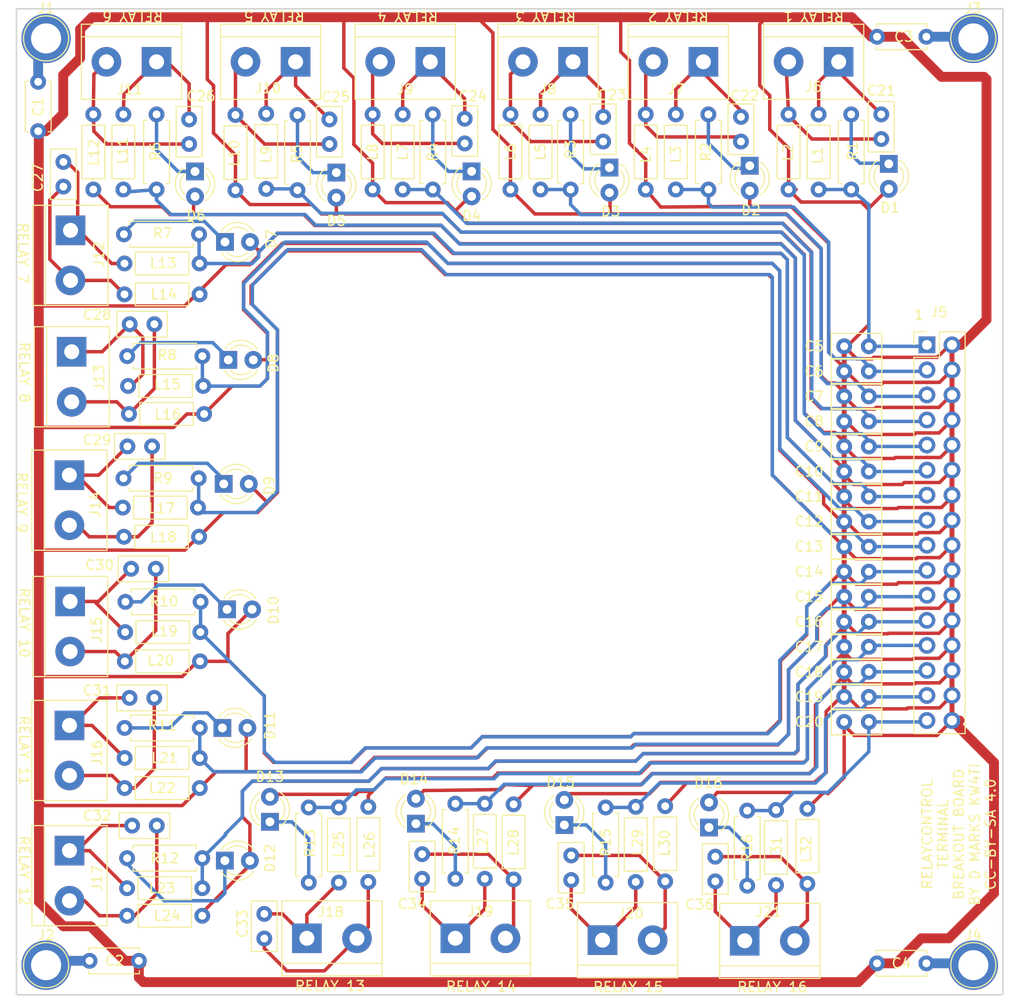
<source format=kicad_pcb>
(kicad_pcb (version 4) (host pcbnew 4.0.7)
  (layers (0 F.Cu signal) (31 B.Cu signal) (34 B.Paste user) (35 F.Paste user) (36 B.SilkS user) (37 F.SilkS user) (38 B.Mask user) (39 F.Mask user) (44 Edge.Cuts user))
  (net 0 "")
  (net 1 "Net-(C1-Pad1)")
  (net 2 "Net-(C2-Pad1)")
  (net 3 "Net-(C3-Pad1)")
  (net 4 "Net-(C4-Pad1)")
  (net 5 +12V)
  (net 6 RLY1)
  (net 7 RLY2)
  (net 8 RLY3)
  (net 9 RLY4)
  (net 10 RLY5)
  (net 11 RLY6)
  (net 12 RLY7)
  (net 13 RLY8)
  (net 14 RLY9)
  (net 15 RLY10)
  (net 16 RLY11)
  (net 17 RLY12)
  (net 18 RLY13)
  (net 19 RLY14)
  (net 20 RLY15)
  (net 21 RLY16)
  (net 22 "Net-(C21-Pad1)")
  (net 23 "Net-(C21-Pad2)")
  (net 24 "Net-(C22-Pad1)")
  (net 25 "Net-(C22-Pad2)")
  (net 26 "Net-(C23-Pad1)")
  (net 27 "Net-(C23-Pad2)")
  (net 28 "Net-(C24-Pad1)")
  (net 29 "Net-(C24-Pad2)")
  (net 30 "Net-(C25-Pad1)")
  (net 31 "Net-(C25-Pad2)")
  (net 32 "Net-(C26-Pad1)")
  (net 33 "Net-(C26-Pad2)")
  (net 34 "Net-(C27-Pad1)")
  (net 35 "Net-(C27-Pad2)")
  (net 36 "Net-(C28-Pad1)")
  (net 37 "Net-(C28-Pad2)")
  (net 38 "Net-(C29-Pad1)")
  (net 39 "Net-(C29-Pad2)")
  (net 40 "Net-(C30-Pad1)")
  (net 41 "Net-(C30-Pad2)")
  (net 42 "Net-(D1-Pad1)")
  (net 43 "Net-(D2-Pad1)")
  (net 44 "Net-(D3-Pad1)")
  (net 45 "Net-(D4-Pad1)")
  (net 46 "Net-(D5-Pad1)")
  (net 47 "Net-(D7-Pad1)")
  (net 48 "Net-(D8-Pad1)")
  (net 49 "Net-(D9-Pad1)")
  (net 50 "Net-(D10-Pad1)")
  (net 51 "Net-(D6-Pad1)")
  (net 52 "Net-(C31-Pad1)")
  (net 53 "Net-(C31-Pad2)")
  (net 54 "Net-(C32-Pad1)")
  (net 55 "Net-(C32-Pad2)")
  (net 56 "Net-(D11-Pad1)")
  (net 57 "Net-(D12-Pad1)")
  (net 58 "Net-(C33-Pad1)")
  (net 59 "Net-(C33-Pad2)")
  (net 60 "Net-(C34-Pad1)")
  (net 61 "Net-(C34-Pad2)")
  (net 62 "Net-(C35-Pad1)")
  (net 63 "Net-(C35-Pad2)")
  (net 64 "Net-(C36-Pad1)")
  (net 65 "Net-(C36-Pad2)")
  (net 66 "Net-(D13-Pad1)")
  (net 67 "Net-(D14-Pad1)")
  (net 68 "Net-(D15-Pad1)")
  (net 69 "Net-(D16-Pad1)")
  (module LEDs:LED_D3.0mm (layer F.Cu) (at 110.109 66.1035 270)
    (fp_text reference D3 (at 4.445 -0.127 360) (layer F.SilkS))
    (fp_text value LED)
    (pad 1 thru_hole rect (at 0 0 270) (size 1.8 1.8) (drill 0.9) (layers *.Cu *.Mask) (net 44 "Net-(D3-Pad1)"))
    (pad 2 thru_hole circle (at 2.54 0 270) (size 1.8 1.8) (drill 0.9) (layers *.Cu *.Mask) (net 5 +12V))
  )
  (module Capacitors_THT:C_Disc_D5.0mm_W2.5mm_P5.00mm (layer F.Cu) (at 52.197 57.404 270)
    (fp_text reference C1 (at 2.54 0 270) (layer F.SilkS))
    (fp_text value "100 nF")
    (pad 1 thru_hole circle (at 0 0 270) (size 1.6 1.6) (drill 0.8) (layers *.Cu *.Mask) (net 1 "Net-(C1-Pad1)"))
    (pad 2 thru_hole circle (at 5 0 270) (size 1.6 1.6) (drill 0.8) (layers *.Cu *.Mask) (net 5 +12V))
  )
  (module Capacitors_THT:C_Disc_D5.0mm_W2.5mm_P5.00mm (layer F.Cu) (at 57.404 146.558)
    (fp_text reference C2 (at 2.54 0) (layer F.SilkS))
    (fp_text value "100 nF")
    (pad 1 thru_hole circle (at 0 0) (size 1.6 1.6) (drill 0.8) (layers *.Cu *.Mask) (net 2 "Net-(C2-Pad1)"))
    (pad 2 thru_hole circle (at 5 0) (size 1.6 1.6) (drill 0.8) (layers *.Cu *.Mask) (net 5 +12V))
  )
  (module Capacitors_THT:C_Disc_D5.0mm_W2.5mm_P5.00mm (layer F.Cu) (at 142.24 52.832 180)
    (fp_text reference C3 (at 2.286 0 180) (layer F.SilkS))
    (fp_text value "100 nF")
    (pad 1 thru_hole circle (at 0 0 180) (size 1.6 1.6) (drill 0.8) (layers *.Cu *.Mask) (net 3 "Net-(C3-Pad1)"))
    (pad 2 thru_hole circle (at 5 0 180) (size 1.6 1.6) (drill 0.8) (layers *.Cu *.Mask) (net 5 +12V))
  )
  (module Capacitors_THT:C_Disc_D5.0mm_W2.5mm_P5.00mm (layer F.Cu) (at 142.24 146.812 180)
    (fp_text reference C4 (at 2.54 0 180) (layer F.SilkS))
    (fp_text value "100 nF")
    (pad 1 thru_hole circle (at 0 0 180) (size 1.6 1.6) (drill 0.8) (layers *.Cu *.Mask) (net 4 "Net-(C4-Pad1)"))
    (pad 2 thru_hole circle (at 5 0 180) (size 1.6 1.6) (drill 0.8) (layers *.Cu *.Mask) (net 5 +12V))
  )
  (module Connectors:1pin (layer F.Cu) (at 53 53)
    (fp_text reference J1 (at 0 -3.048) (layer F.SilkS))
    (fp_text value Conn_01x01)
    (pad 1 thru_hole circle (at 0 0) (size 5 5) (drill 3.048) (layers *.Cu *.Mask) (net 1 "Net-(C1-Pad1)"))
  )
  (module Connectors:1pin (layer F.Cu) (at 53 147)
    (fp_text reference J2 (at 0 -3.048) (layer F.SilkS))
    (fp_text value Conn_01x01)
    (pad 1 thru_hole circle (at 0 0) (size 5 5) (drill 3.048) (layers *.Cu *.Mask) (net 2 "Net-(C2-Pad1)"))
  )
  (module Connectors:1pin (layer F.Cu) (at 147 53)
    (fp_text reference J3 (at 0 -3.048) (layer F.SilkS))
    (fp_text value Conn_01x01)
    (pad 1 thru_hole circle (at 0 0) (size 5 5) (drill 3.048) (layers *.Cu *.Mask) (net 3 "Net-(C3-Pad1)"))
  )
  (module Connectors:1pin (layer F.Cu) (at 147 147)
    (fp_text reference J4 (at 0 -3.048) (layer F.SilkS))
    (fp_text value Conn_01x01)
    (pad 1 thru_hole circle (at 0 0) (size 5 5) (drill 3.048) (layers *.Cu *.Mask) (net 4 "Net-(C4-Pad1)"))
  )
  (module Pin_Headers:Pin_Header_Straight_2x16_Pitch2.54mm (layer F.Cu) (at 142.2968 84.0824)
    (fp_text reference J5 (at 1.2132 -3.3104) (layer F.SilkS))
    (fp_text value Conn_02x16_Odd_Even)
    (pad 1 thru_hole rect (at 0 0) (size 1.7 1.7) (drill 1) (layers *.Cu *.Mask) (net 6 RLY1))
    (pad 2 thru_hole oval (at 2.54 0) (size 1.7 1.7) (drill 1) (layers *.Cu *.Mask) (net 5 +12V))
    (pad 3 thru_hole oval (at 0 2.54) (size 1.7 1.7) (drill 1) (layers *.Cu *.Mask) (net 7 RLY2))
    (pad 4 thru_hole oval (at 2.54 2.54) (size 1.7 1.7) (drill 1) (layers *.Cu *.Mask) (net 5 +12V))
    (pad 5 thru_hole oval (at 0 5.08) (size 1.7 1.7) (drill 1) (layers *.Cu *.Mask) (net 8 RLY3))
    (pad 6 thru_hole oval (at 2.54 5.08) (size 1.7 1.7) (drill 1) (layers *.Cu *.Mask) (net 5 +12V))
    (pad 7 thru_hole oval (at 0 7.62) (size 1.7 1.7) (drill 1) (layers *.Cu *.Mask) (net 9 RLY4))
    (pad 8 thru_hole oval (at 2.54 7.62) (size 1.7 1.7) (drill 1) (layers *.Cu *.Mask) (net 5 +12V))
    (pad 9 thru_hole oval (at 0 10.16) (size 1.7 1.7) (drill 1) (layers *.Cu *.Mask) (net 10 RLY5))
    (pad 10 thru_hole oval (at 2.54 10.16) (size 1.7 1.7) (drill 1) (layers *.Cu *.Mask) (net 5 +12V))
    (pad 11 thru_hole oval (at 0 12.7) (size 1.7 1.7) (drill 1) (layers *.Cu *.Mask) (net 11 RLY6))
    (pad 12 thru_hole oval (at 2.54 12.7) (size 1.7 1.7) (drill 1) (layers *.Cu *.Mask) (net 5 +12V))
    (pad 13 thru_hole oval (at 0 15.24) (size 1.7 1.7) (drill 1) (layers *.Cu *.Mask) (net 12 RLY7))
    (pad 14 thru_hole oval (at 2.54 15.24) (size 1.7 1.7) (drill 1) (layers *.Cu *.Mask) (net 5 +12V))
    (pad 15 thru_hole oval (at 0 17.78) (size 1.7 1.7) (drill 1) (layers *.Cu *.Mask) (net 13 RLY8))
    (pad 16 thru_hole oval (at 2.54 17.78) (size 1.7 1.7) (drill 1) (layers *.Cu *.Mask) (net 5 +12V))
    (pad 17 thru_hole oval (at 0 20.32) (size 1.7 1.7) (drill 1) (layers *.Cu *.Mask) (net 14 RLY9))
    (pad 18 thru_hole oval (at 2.54 20.32) (size 1.7 1.7) (drill 1) (layers *.Cu *.Mask) (net 5 +12V))
    (pad 19 thru_hole oval (at 0 22.86) (size 1.7 1.7) (drill 1) (layers *.Cu *.Mask) (net 15 RLY10))
    (pad 20 thru_hole oval (at 2.54 22.86) (size 1.7 1.7) (drill 1) (layers *.Cu *.Mask) (net 5 +12V))
    (pad 21 thru_hole oval (at 0 25.4) (size 1.7 1.7) (drill 1) (layers *.Cu *.Mask) (net 16 RLY11))
    (pad 22 thru_hole oval (at 2.54 25.4) (size 1.7 1.7) (drill 1) (layers *.Cu *.Mask) (net 5 +12V))
    (pad 23 thru_hole oval (at 0 27.94) (size 1.7 1.7) (drill 1) (layers *.Cu *.Mask) (net 17 RLY12))
    (pad 24 thru_hole oval (at 2.54 27.94) (size 1.7 1.7) (drill 1) (layers *.Cu *.Mask) (net 5 +12V))
    (pad 25 thru_hole oval (at 0 30.48) (size 1.7 1.7) (drill 1) (layers *.Cu *.Mask) (net 18 RLY13))
    (pad 26 thru_hole oval (at 2.54 30.48) (size 1.7 1.7) (drill 1) (layers *.Cu *.Mask) (net 5 +12V))
    (pad 27 thru_hole oval (at 0 33.02) (size 1.7 1.7) (drill 1) (layers *.Cu *.Mask) (net 19 RLY14))
    (pad 28 thru_hole oval (at 2.54 33.02) (size 1.7 1.7) (drill 1) (layers *.Cu *.Mask) (net 5 +12V))
    (pad 29 thru_hole oval (at 0 35.56) (size 1.7 1.7) (drill 1) (layers *.Cu *.Mask) (net 20 RLY15))
    (pad 30 thru_hole oval (at 2.54 35.56) (size 1.7 1.7) (drill 1) (layers *.Cu *.Mask) (net 5 +12V))
    (pad 31 thru_hole oval (at 0 38.1) (size 1.7 1.7) (drill 1) (layers *.Cu *.Mask) (net 21 RLY16))
    (pad 32 thru_hole oval (at 2.54 38.1) (size 1.7 1.7) (drill 1) (layers *.Cu *.Mask) (net 5 +12V))
  )
  (module Capacitors_THT:C_Disc_D5.0mm_W2.5mm_P2.50mm (layer F.Cu) (at 133.9088 84.2264)
    (fp_text reference C5 (at -3.048 0) (layer F.SilkS))
    (fp_text value "10 nF")
    (pad 1 thru_hole circle (at 0 0) (size 1.6 1.6) (drill 0.8) (layers *.Cu *.Mask) (net 5 +12V))
    (pad 2 thru_hole circle (at 2.5 0) (size 1.6 1.6) (drill 0.8) (layers *.Cu *.Mask) (net 6 RLY1))
  )
  (module Capacitors_THT:C_Disc_D5.0mm_W2.5mm_P2.50mm (layer F.Cu) (at 133.9088 86.7664)
    (fp_text reference C6 (at -3.048 0) (layer F.SilkS))
    (fp_text value "10 nF")
    (pad 1 thru_hole circle (at 0 0) (size 1.6 1.6) (drill 0.8) (layers *.Cu *.Mask) (net 5 +12V))
    (pad 2 thru_hole circle (at 2.5 0) (size 1.6 1.6) (drill 0.8) (layers *.Cu *.Mask) (net 7 RLY2))
  )
  (module Capacitors_THT:C_Disc_D5.0mm_W2.5mm_P2.50mm (layer F.Cu) (at 133.9088 89.3064)
    (fp_text reference C7 (at -3.048 0) (layer F.SilkS))
    (fp_text value "10 nF")
    (pad 1 thru_hole circle (at 0 0) (size 1.6 1.6) (drill 0.8) (layers *.Cu *.Mask) (net 5 +12V))
    (pad 2 thru_hole circle (at 2.5 0) (size 1.6 1.6) (drill 0.8) (layers *.Cu *.Mask) (net 8 RLY3))
  )
  (module Capacitors_THT:C_Disc_D5.0mm_W2.5mm_P2.50mm (layer F.Cu) (at 133.9088 91.8464)
    (fp_text reference C8 (at -3.048 0) (layer F.SilkS))
    (fp_text value "10 nF")
    (pad 1 thru_hole circle (at 0 0) (size 1.6 1.6) (drill 0.8) (layers *.Cu *.Mask) (net 5 +12V))
    (pad 2 thru_hole circle (at 2.5 0) (size 1.6 1.6) (drill 0.8) (layers *.Cu *.Mask) (net 9 RLY4))
  )
  (module Capacitors_THT:C_Disc_D5.0mm_W2.5mm_P2.50mm (layer F.Cu) (at 133.9088 94.3864)
    (fp_text reference C9 (at -3.048 0) (layer F.SilkS))
    (fp_text value "10 nF")
    (pad 1 thru_hole circle (at 0 0) (size 1.6 1.6) (drill 0.8) (layers *.Cu *.Mask) (net 5 +12V))
    (pad 2 thru_hole circle (at 2.5 0) (size 1.6 1.6) (drill 0.8) (layers *.Cu *.Mask) (net 10 RLY5))
  )
  (module Capacitors_THT:C_Disc_D5.0mm_W2.5mm_P2.50mm (layer F.Cu) (at 133.9088 96.9264)
    (fp_text reference C10 (at -3.556 0) (layer F.SilkS))
    (fp_text value "10 nF")
    (pad 1 thru_hole circle (at 0 0) (size 1.6 1.6) (drill 0.8) (layers *.Cu *.Mask) (net 5 +12V))
    (pad 2 thru_hole circle (at 2.5 0) (size 1.6 1.6) (drill 0.8) (layers *.Cu *.Mask) (net 11 RLY6))
  )
  (module Capacitors_THT:C_Disc_D5.0mm_W2.5mm_P2.50mm (layer F.Cu) (at 133.9088 99.4664)
    (fp_text reference C11 (at -3.556 0) (layer F.SilkS))
    (fp_text value "10 nF")
    (pad 1 thru_hole circle (at 0 0) (size 1.6 1.6) (drill 0.8) (layers *.Cu *.Mask) (net 5 +12V))
    (pad 2 thru_hole circle (at 2.5 0) (size 1.6 1.6) (drill 0.8) (layers *.Cu *.Mask) (net 12 RLY7))
  )
  (module Capacitors_THT:C_Disc_D5.0mm_W2.5mm_P2.50mm (layer F.Cu) (at 133.9088 102.0064)
    (fp_text reference C12 (at -3.556 0) (layer F.SilkS))
    (fp_text value "10 nF")
    (pad 1 thru_hole circle (at 0 0) (size 1.6 1.6) (drill 0.8) (layers *.Cu *.Mask) (net 5 +12V))
    (pad 2 thru_hole circle (at 2.5 0) (size 1.6 1.6) (drill 0.8) (layers *.Cu *.Mask) (net 13 RLY8))
  )
  (module Capacitors_THT:C_Disc_D5.0mm_W2.5mm_P2.50mm (layer F.Cu) (at 133.9088 104.5464)
    (fp_text reference C13 (at -3.556 0) (layer F.SilkS))
    (fp_text value "10 nF")
    (pad 1 thru_hole circle (at 0 0) (size 1.6 1.6) (drill 0.8) (layers *.Cu *.Mask) (net 5 +12V))
    (pad 2 thru_hole circle (at 2.5 0) (size 1.6 1.6) (drill 0.8) (layers *.Cu *.Mask) (net 14 RLY9))
  )
  (module Capacitors_THT:C_Disc_D5.0mm_W2.5mm_P2.50mm (layer F.Cu) (at 133.9088 107.0864)
    (fp_text reference C14 (at -3.556 0) (layer F.SilkS))
    (fp_text value "10 nF")
    (pad 1 thru_hole circle (at 0 0) (size 1.6 1.6) (drill 0.8) (layers *.Cu *.Mask) (net 5 +12V))
    (pad 2 thru_hole circle (at 2.5 0) (size 1.6 1.6) (drill 0.8) (layers *.Cu *.Mask) (net 15 RLY10))
  )
  (module Capacitors_THT:C_Disc_D5.0mm_W2.5mm_P2.50mm (layer F.Cu) (at 133.9088 109.6264)
    (fp_text reference C15 (at -3.556 0) (layer F.SilkS))
    (fp_text value "10 nF")
    (pad 1 thru_hole circle (at 0 0) (size 1.6 1.6) (drill 0.8) (layers *.Cu *.Mask) (net 5 +12V))
    (pad 2 thru_hole circle (at 2.5 0) (size 1.6 1.6) (drill 0.8) (layers *.Cu *.Mask) (net 16 RLY11))
  )
  (module Capacitors_THT:C_Disc_D5.0mm_W2.5mm_P2.50mm (layer F.Cu) (at 133.9088 112.1664)
    (fp_text reference C16 (at -3.556 0) (layer F.SilkS))
    (fp_text value "10 nF")
    (pad 1 thru_hole circle (at 0 0) (size 1.6 1.6) (drill 0.8) (layers *.Cu *.Mask) (net 5 +12V))
    (pad 2 thru_hole circle (at 2.5 0) (size 1.6 1.6) (drill 0.8) (layers *.Cu *.Mask) (net 17 RLY12))
  )
  (module Capacitors_THT:C_Disc_D5.0mm_W2.5mm_P2.50mm (layer F.Cu) (at 133.9088 114.7064)
    (fp_text reference C17 (at -3.556 0) (layer F.SilkS))
    (fp_text value "10 nF")
    (pad 1 thru_hole circle (at 0 0) (size 1.6 1.6) (drill 0.8) (layers *.Cu *.Mask) (net 5 +12V))
    (pad 2 thru_hole circle (at 2.5 0) (size 1.6 1.6) (drill 0.8) (layers *.Cu *.Mask) (net 18 RLY13))
  )
  (module Capacitors_THT:C_Disc_D5.0mm_W2.5mm_P2.50mm (layer F.Cu) (at 133.9088 117.2464)
    (fp_text reference C18 (at -3.556 0) (layer F.SilkS))
    (fp_text value "10 nF")
    (pad 1 thru_hole circle (at 0 0) (size 1.6 1.6) (drill 0.8) (layers *.Cu *.Mask) (net 5 +12V))
    (pad 2 thru_hole circle (at 2.5 0) (size 1.6 1.6) (drill 0.8) (layers *.Cu *.Mask) (net 19 RLY14))
  )
  (module Capacitors_THT:C_Disc_D5.0mm_W2.5mm_P2.50mm (layer F.Cu) (at 133.9088 119.7864)
    (fp_text reference C19 (at -3.556 0) (layer F.SilkS))
    (fp_text value "10 nF")
    (pad 1 thru_hole circle (at 0 0) (size 1.6 1.6) (drill 0.8) (layers *.Cu *.Mask) (net 5 +12V))
    (pad 2 thru_hole circle (at 2.5 0) (size 1.6 1.6) (drill 0.8) (layers *.Cu *.Mask) (net 20 RLY15))
  )
  (module Capacitors_THT:C_Disc_D5.0mm_W2.5mm_P2.50mm (layer F.Cu) (at 133.9088 122.3264)
    (fp_text reference C20 (at -3.556 0) (layer F.SilkS))
    (fp_text value "10 nF")
    (pad 1 thru_hole circle (at 0 0) (size 1.6 1.6) (drill 0.8) (layers *.Cu *.Mask) (net 5 +12V))
    (pad 2 thru_hole circle (at 2.5 0) (size 1.6 1.6) (drill 0.8) (layers *.Cu *.Mask) (net 21 RLY16))
  )
  (module Capacitors_THT:C_Disc_D5.0mm_W2.5mm_P2.50mm (layer F.Cu) (at 137.668 60.706 270)
    (fp_text reference C21 (at -2.413 0 540) (layer F.SilkS))
    (fp_text value "10 nF")
    (pad 1 thru_hole circle (at 0 0 270) (size 1.6 1.6) (drill 0.8) (layers *.Cu *.Mask) (net 22 "Net-(C21-Pad1)"))
    (pad 2 thru_hole circle (at 2.5 0 270) (size 1.6 1.6) (drill 0.8) (layers *.Cu *.Mask) (net 23 "Net-(C21-Pad2)"))
  )
  (module LEDs:LED_D3.0mm (layer F.Cu) (at 138.43 65.7225 270)
    (fp_text reference D1 (at 4.445 -0.127 360) (layer F.SilkS))
    (fp_text value LED)
    (pad 1 thru_hole rect (at 0 0 270) (size 1.8 1.8) (drill 0.9) (layers *.Cu *.Mask) (net 42 "Net-(D1-Pad1)"))
    (pad 2 thru_hole circle (at 2.54 0 270) (size 1.8 1.8) (drill 0.9) (layers *.Cu *.Mask) (net 5 +12V))
  )
  (module Connectors_Terminal_Blocks:TerminalBlock_bornier-2_P5.08mm (layer F.Cu) (at 133.35 55.372 180)
    (fp_text reference J6 (at 2.54 -2.54 180) (layer F.SilkS))
    (fp_text value Conn_01x02)
    (pad 1 thru_hole rect (at 0 0 180) (size 3 3) (drill 1.52) (layers *.Cu *.Mask) (net 22 "Net-(C21-Pad1)"))
    (pad 2 thru_hole circle (at 5.08 0 180) (size 3 3) (drill 1.52) (layers *.Cu *.Mask) (net 23 "Net-(C21-Pad2)"))
  )
  (module Inductors_THT:L_Axial_L5.3mm_D2.2mm_P7.62mm_Horizontal_Vishay_IM-1 (layer F.Cu) (at 131.318 68.326 90)
    (fp_text reference L1 (at 3.4544 -0.1016 90) (layer F.SilkS))
    (fp_text value "100 uH")
    (pad 1 thru_hole circle (at 0 0 90) (size 1.6 1.6) (drill 0.8) (layers *.Cu *.Mask) (net 6 RLY1))
    (pad 2 thru_hole oval (at 7.62 0 90) (size 1.6 1.6) (drill 0.8) (layers *.Cu *.Mask) (net 22 "Net-(C21-Pad1)"))
  )
  (module Inductors_THT:L_Axial_L5.3mm_D2.2mm_P7.62mm_Horizontal_Vishay_IM-1 (layer F.Cu) (at 128.27 68.326 90)
    (fp_text reference L2 (at 3.7592 -0.0508 90) (layer F.SilkS))
    (fp_text value "100 uH")
    (pad 1 thru_hole circle (at 0 0 90) (size 1.6 1.6) (drill 0.8) (layers *.Cu *.Mask) (net 5 +12V))
    (pad 2 thru_hole oval (at 7.62 0 90) (size 1.6 1.6) (drill 0.8) (layers *.Cu *.Mask) (net 23 "Net-(C21-Pad2)"))
  )
  (module Resistors_THT:R_Axial_DIN0207_L6.3mm_D2.5mm_P7.62mm_Horizontal (layer F.Cu) (at 134.62 68.326 90)
    (fp_text reference R1 (at 3.9116 0.1524 90) (layer F.SilkS))
    (fp_text value 1k)
    (pad 1 thru_hole circle (at 0 0 90) (size 1.6 1.6) (drill 0.8) (layers *.Cu *.Mask) (net 6 RLY1))
    (pad 2 thru_hole oval (at 7.62 0 90) (size 1.6 1.6) (drill 0.8) (layers *.Cu *.Mask) (net 42 "Net-(D1-Pad1)"))
  )
  (module Capacitors_THT:C_Disc_D5.0mm_W2.5mm_P2.50mm (layer F.Cu) (at 123.444 60.96 270)
    (fp_text reference C22 (at -2.159 -0.381 360) (layer F.SilkS))
    (fp_text value "10 nF")
    (pad 1 thru_hole circle (at 0 0 270) (size 1.6 1.6) (drill 0.8) (layers *.Cu *.Mask) (net 24 "Net-(C22-Pad1)"))
    (pad 2 thru_hole circle (at 2.5 0 270) (size 1.6 1.6) (drill 0.8) (layers *.Cu *.Mask) (net 25 "Net-(C22-Pad2)"))
  )
  (module Capacitors_THT:C_Disc_D5.0mm_W2.5mm_P2.50mm (layer F.Cu) (at 109.474 60.96 270)
    (fp_text reference C23 (at -2.2225 -0.889 360) (layer F.SilkS))
    (fp_text value "10 nF")
    (pad 1 thru_hole circle (at 0 0 270) (size 1.6 1.6) (drill 0.8) (layers *.Cu *.Mask) (net 26 "Net-(C23-Pad1)"))
    (pad 2 thru_hole circle (at 2.5 0 270) (size 1.6 1.6) (drill 0.8) (layers *.Cu *.Mask) (net 27 "Net-(C23-Pad2)"))
  )
  (module Capacitors_THT:C_Disc_D5.0mm_W2.5mm_P2.50mm (layer F.Cu) (at 95.4405 61.1505 270)
    (fp_text reference C24 (at -2.286 -0.8255 360) (layer F.SilkS))
    (fp_text value "10 nF")
    (pad 1 thru_hole circle (at 0 0 270) (size 1.6 1.6) (drill 0.8) (layers *.Cu *.Mask) (net 28 "Net-(C24-Pad1)"))
    (pad 2 thru_hole circle (at 2.5 0 270) (size 1.6 1.6) (drill 0.8) (layers *.Cu *.Mask) (net 29 "Net-(C24-Pad2)"))
  )
  (module LEDs:LED_D3.0mm (layer F.Cu) (at 124.333 65.913 270)
    (fp_text reference D2 (at 4.5085 -0.127 360) (layer F.SilkS))
    (fp_text value LED)
    (pad 1 thru_hole rect (at 0 0 270) (size 1.8 1.8) (drill 0.9) (layers *.Cu *.Mask) (net 43 "Net-(D2-Pad1)"))
    (pad 2 thru_hole circle (at 2.54 0 270) (size 1.8 1.8) (drill 0.9) (layers *.Cu *.Mask) (net 5 +12V))
  )
  (module LEDs:LED_D3.0mm (layer F.Cu) (at 96.139 66.4845 270)
    (fp_text reference D4 (at 4.5085 0 360) (layer F.SilkS))
    (fp_text value LED)
    (pad 1 thru_hole rect (at 0 0 270) (size 1.8 1.8) (drill 0.9) (layers *.Cu *.Mask) (net 45 "Net-(D4-Pad1)"))
    (pad 2 thru_hole circle (at 2.54 0 270) (size 1.8 1.8) (drill 0.9) (layers *.Cu *.Mask) (net 5 +12V))
  )
  (module Connectors_Terminal_Blocks:TerminalBlock_bornier-2_P5.08mm (layer F.Cu) (at 119.634 55.372 180)
    (fp_text reference J7 (at 2.794 -2.794 180) (layer F.SilkS))
    (fp_text value Conn_01x02)
    (pad 1 thru_hole rect (at 0 0 180) (size 3 3) (drill 1.52) (layers *.Cu *.Mask) (net 24 "Net-(C22-Pad1)"))
    (pad 2 thru_hole circle (at 5.08 0 180) (size 3 3) (drill 1.52) (layers *.Cu *.Mask) (net 25 "Net-(C22-Pad2)"))
  )
  (module Connectors_Terminal_Blocks:TerminalBlock_bornier-2_P5.08mm (layer F.Cu) (at 106.426 55.372 180)
    (fp_text reference J8 (at 2.54 -2.794 180) (layer F.SilkS))
    (fp_text value Conn_01x02)
    (pad 1 thru_hole rect (at 0 0 180) (size 3 3) (drill 1.52) (layers *.Cu *.Mask) (net 26 "Net-(C23-Pad1)"))
    (pad 2 thru_hole circle (at 5.08 0 180) (size 3 3) (drill 1.52) (layers *.Cu *.Mask) (net 27 "Net-(C23-Pad2)"))
  )
  (module Connectors_Terminal_Blocks:TerminalBlock_bornier-2_P5.08mm (layer F.Cu) (at 91.948 55.372 180)
    (fp_text reference J9 (at 2.54 -2.794 180) (layer F.SilkS))
    (fp_text value Conn_01x02)
    (pad 1 thru_hole rect (at 0 0 180) (size 3 3) (drill 1.52) (layers *.Cu *.Mask) (net 28 "Net-(C24-Pad1)"))
    (pad 2 thru_hole circle (at 5.08 0 180) (size 3 3) (drill 1.52) (layers *.Cu *.Mask) (net 29 "Net-(C24-Pad2)"))
  )
  (module Inductors_THT:L_Axial_L5.3mm_D2.2mm_P7.62mm_Horizontal_Vishay_IM-1 (layer F.Cu) (at 116.84 68.326 90)
    (fp_text reference L3 (at 3.556 0 90) (layer F.SilkS))
    (fp_text value "100 uH")
    (pad 1 thru_hole circle (at 0 0 90) (size 1.6 1.6) (drill 0.8) (layers *.Cu *.Mask) (net 7 RLY2))
    (pad 2 thru_hole oval (at 7.62 0 90) (size 1.6 1.6) (drill 0.8) (layers *.Cu *.Mask) (net 24 "Net-(C22-Pad1)"))
  )
  (module Inductors_THT:L_Axial_L5.3mm_D2.2mm_P7.62mm_Horizontal_Vishay_IM-1 (layer F.Cu) (at 113.792 68.326 90)
    (fp_text reference L4 (at 3.556 0 90) (layer F.SilkS))
    (fp_text value "100 uH")
    (pad 1 thru_hole circle (at 0 0 90) (size 1.6 1.6) (drill 0.8) (layers *.Cu *.Mask) (net 5 +12V))
    (pad 2 thru_hole oval (at 7.62 0 90) (size 1.6 1.6) (drill 0.8) (layers *.Cu *.Mask) (net 25 "Net-(C22-Pad2)"))
  )
  (module Inductors_THT:L_Axial_L5.3mm_D2.2mm_P7.62mm_Horizontal_Vishay_IM-1 (layer F.Cu) (at 103.124 68.326 90)
    (fp_text reference L5 (at 3.81 0 90) (layer F.SilkS))
    (fp_text value "100 uH")
    (pad 1 thru_hole circle (at 0 0 90) (size 1.6 1.6) (drill 0.8) (layers *.Cu *.Mask) (net 8 RLY3))
    (pad 2 thru_hole oval (at 7.62 0 90) (size 1.6 1.6) (drill 0.8) (layers *.Cu *.Mask) (net 26 "Net-(C23-Pad1)"))
  )
  (module Inductors_THT:L_Axial_L5.3mm_D2.2mm_P7.62mm_Horizontal_Vishay_IM-1 (layer F.Cu) (at 100.076 68.326 90)
    (fp_text reference L6 (at 3.81 0 90) (layer F.SilkS))
    (fp_text value "100 uH")
    (pad 1 thru_hole circle (at 0 0 90) (size 1.6 1.6) (drill 0.8) (layers *.Cu *.Mask) (net 5 +12V))
    (pad 2 thru_hole oval (at 7.62 0 90) (size 1.6 1.6) (drill 0.8) (layers *.Cu *.Mask) (net 27 "Net-(C23-Pad2)"))
  )
  (module Inductors_THT:L_Axial_L5.3mm_D2.2mm_P7.62mm_Horizontal_Vishay_IM-1 (layer F.Cu) (at 89.154 68.326 90)
    (fp_text reference L7 (at 3.81 0 90) (layer F.SilkS))
    (fp_text value "100 uH")
    (pad 1 thru_hole circle (at 0 0 90) (size 1.6 1.6) (drill 0.8) (layers *.Cu *.Mask) (net 9 RLY4))
    (pad 2 thru_hole oval (at 7.62 0 90) (size 1.6 1.6) (drill 0.8) (layers *.Cu *.Mask) (net 28 "Net-(C24-Pad1)"))
  )
  (module Inductors_THT:L_Axial_L5.3mm_D2.2mm_P7.62mm_Horizontal_Vishay_IM-1 (layer F.Cu) (at 86.106 68.326 90)
    (fp_text reference L8 (at 3.81 0 90) (layer F.SilkS))
    (fp_text value "100 uH")
    (pad 1 thru_hole circle (at 0 0 90) (size 1.6 1.6) (drill 0.8) (layers *.Cu *.Mask) (net 5 +12V))
    (pad 2 thru_hole oval (at 7.62 0 90) (size 1.6 1.6) (drill 0.8) (layers *.Cu *.Mask) (net 29 "Net-(C24-Pad2)"))
  )
  (module Resistors_THT:R_Axial_DIN0207_L6.3mm_D2.5mm_P7.62mm_Horizontal (layer F.Cu) (at 120.142 68.326 90)
    (fp_text reference R2 (at 3.81 -0.254 90) (layer F.SilkS))
    (fp_text value 1k)
    (pad 1 thru_hole circle (at 0 0 90) (size 1.6 1.6) (drill 0.8) (layers *.Cu *.Mask) (net 7 RLY2))
    (pad 2 thru_hole oval (at 7.62 0 90) (size 1.6 1.6) (drill 0.8) (layers *.Cu *.Mask) (net 43 "Net-(D2-Pad1)"))
  )
  (module Resistors_THT:R_Axial_DIN0207_L6.3mm_D2.5mm_P7.62mm_Horizontal (layer F.Cu) (at 106.172 68.326 90)
    (fp_text reference R3 (at 4.064 0 90) (layer F.SilkS))
    (fp_text value 1k)
    (pad 1 thru_hole circle (at 0 0 90) (size 1.6 1.6) (drill 0.8) (layers *.Cu *.Mask) (net 8 RLY3))
    (pad 2 thru_hole oval (at 7.62 0 90) (size 1.6 1.6) (drill 0.8) (layers *.Cu *.Mask) (net 44 "Net-(D3-Pad1)"))
  )
  (module Resistors_THT:R_Axial_DIN0207_L6.3mm_D2.5mm_P7.62mm_Horizontal (layer F.Cu) (at 92.202 68.326 90)
    (fp_text reference R4 (at 3.81 0 90) (layer F.SilkS))
    (fp_text value 1k)
    (pad 1 thru_hole circle (at 0 0 90) (size 1.6 1.6) (drill 0.8) (layers *.Cu *.Mask) (net 9 RLY4))
    (pad 2 thru_hole oval (at 7.62 0 90) (size 1.6 1.6) (drill 0.8) (layers *.Cu *.Mask) (net 45 "Net-(D4-Pad1)"))
  )
  (module Capacitors_THT:C_Disc_D5.0mm_W2.5mm_P2.50mm (layer F.Cu) (at 81.7245 61.214 270)
    (fp_text reference C25 (at -2.286 -0.635 360) (layer F.SilkS))
    (fp_text value "10 nF")
    (pad 1 thru_hole circle (at 0 0 270) (size 1.6 1.6) (drill 0.8) (layers *.Cu *.Mask) (net 30 "Net-(C25-Pad1)"))
    (pad 2 thru_hole circle (at 2.5 0 270) (size 1.6 1.6) (drill 0.8) (layers *.Cu *.Mask) (net 31 "Net-(C25-Pad2)"))
  )
  (module Capacitors_THT:C_Disc_D5.0mm_W2.5mm_P2.50mm (layer F.Cu) (at 67.5005 61.214 270)
    (fp_text reference C26 (at -2.3495 -1.2065 360) (layer F.SilkS))
    (fp_text value "10 nF")
    (pad 1 thru_hole circle (at 0 0 270) (size 1.6 1.6) (drill 0.8) (layers *.Cu *.Mask) (net 32 "Net-(C26-Pad1)"))
    (pad 2 thru_hole circle (at 2.5 0 270) (size 1.6 1.6) (drill 0.8) (layers *.Cu *.Mask) (net 33 "Net-(C26-Pad2)"))
  )
  (module LEDs:LED_D3.0mm (layer F.Cu) (at 82.423 66.6115 270)
    (fp_text reference D5 (at 4.8895 0 360) (layer F.SilkS))
    (fp_text value LED)
    (pad 1 thru_hole rect (at 0 0 270) (size 1.8 1.8) (drill 0.9) (layers *.Cu *.Mask) (net 46 "Net-(D5-Pad1)"))
    (pad 2 thru_hole circle (at 2.54 0 270) (size 1.8 1.8) (drill 0.9) (layers *.Cu *.Mask) (net 5 +12V))
  )
  (module LEDs:LED_D3.0mm (layer F.Cu) (at 68.0974 66.4972 270)
    (fp_text reference D6 (at 4.4958 -0.1016 360) (layer F.SilkS))
    (fp_text value LED)
    (pad 1 thru_hole rect (at 0 0 270) (size 1.8 1.8) (drill 0.9) (layers *.Cu *.Mask) (net 51 "Net-(D6-Pad1)"))
    (pad 2 thru_hole circle (at 2.54 0 270) (size 1.8 1.8) (drill 0.9) (layers *.Cu *.Mask) (net 5 +12V))
  )
  (module Connectors_Terminal_Blocks:TerminalBlock_bornier-2_P5.08mm (layer F.Cu) (at 78.2955 55.372 180)
    (fp_text reference J10 (at 2.794 -2.667 180) (layer F.SilkS))
    (fp_text value Conn_01x02)
    (pad 1 thru_hole rect (at 0 0 180) (size 3 3) (drill 1.52) (layers *.Cu *.Mask) (net 30 "Net-(C25-Pad1)"))
    (pad 2 thru_hole circle (at 5.08 0 180) (size 3 3) (drill 1.52) (layers *.Cu *.Mask) (net 31 "Net-(C25-Pad2)"))
  )
  (module Connectors_Terminal_Blocks:TerminalBlock_bornier-2_P5.08mm (layer F.Cu) (at 64.1985 55.372 180)
    (fp_text reference J11 (at 2.7305 -2.794 180) (layer F.SilkS))
    (fp_text value Conn_01x02)
    (pad 1 thru_hole rect (at 0 0 180) (size 3 3) (drill 1.52) (layers *.Cu *.Mask) (net 32 "Net-(C26-Pad1)"))
    (pad 2 thru_hole circle (at 5.08 0 180) (size 3 3) (drill 1.52) (layers *.Cu *.Mask) (net 33 "Net-(C26-Pad2)"))
  )
  (module Inductors_THT:L_Axial_L5.3mm_D2.2mm_P7.62mm_Horizontal_Vishay_IM-1 (layer F.Cu) (at 75.311 68.2625 90)
    (fp_text reference L9 (at 3.4925 0 90) (layer F.SilkS))
    (fp_text value "100 uH")
    (pad 1 thru_hole circle (at 0 0 90) (size 1.6 1.6) (drill 0.8) (layers *.Cu *.Mask) (net 10 RLY5))
    (pad 2 thru_hole oval (at 7.62 0 90) (size 1.6 1.6) (drill 0.8) (layers *.Cu *.Mask) (net 30 "Net-(C25-Pad1)"))
  )
  (module Inductors_THT:L_Axial_L5.3mm_D2.2mm_P7.62mm_Horizontal_Vishay_IM-1 (layer F.Cu) (at 72.1995 68.3895 90)
    (fp_text reference L10 (at 3.7465 -0.127 90) (layer F.SilkS))
    (fp_text value "100 uH")
    (pad 1 thru_hole circle (at 0 0 90) (size 1.6 1.6) (drill 0.8) (layers *.Cu *.Mask) (net 5 +12V))
    (pad 2 thru_hole oval (at 7.62 0 90) (size 1.6 1.6) (drill 0.8) (layers *.Cu *.Mask) (net 31 "Net-(C25-Pad2)"))
  )
  (module Inductors_THT:L_Axial_L5.3mm_D2.2mm_P7.62mm_Horizontal_Vishay_IM-1 (layer F.Cu) (at 60.833 68.326 90)
    (fp_text reference L11 (at 3.937 -0.0635 90) (layer F.SilkS))
    (fp_text value "100 uH")
    (pad 1 thru_hole circle (at 0 0 90) (size 1.6 1.6) (drill 0.8) (layers *.Cu *.Mask) (net 11 RLY6))
    (pad 2 thru_hole oval (at 7.62 0 90) (size 1.6 1.6) (drill 0.8) (layers *.Cu *.Mask) (net 32 "Net-(C26-Pad1)"))
  )
  (module Inductors_THT:L_Axial_L5.3mm_D2.2mm_P7.62mm_Horizontal_Vishay_IM-1 (layer F.Cu) (at 57.785 68.326 90)
    (fp_text reference L12 (at 3.7465 0.0635 90) (layer F.SilkS))
    (fp_text value "100 uH")
    (pad 1 thru_hole circle (at 0 0 90) (size 1.6 1.6) (drill 0.8) (layers *.Cu *.Mask) (net 5 +12V))
    (pad 2 thru_hole oval (at 7.62 0 90) (size 1.6 1.6) (drill 0.8) (layers *.Cu *.Mask) (net 33 "Net-(C26-Pad2)"))
  )
  (module Resistors_THT:R_Axial_DIN0207_L6.3mm_D2.5mm_P7.62mm_Horizontal (layer F.Cu) (at 78.486 68.3895 90)
    (fp_text reference R5 (at 3.683 -0.0635 90) (layer F.SilkS))
    (fp_text value 1k)
    (pad 1 thru_hole circle (at 0 0 90) (size 1.6 1.6) (drill 0.8) (layers *.Cu *.Mask) (net 10 RLY5))
    (pad 2 thru_hole oval (at 7.62 0 90) (size 1.6 1.6) (drill 0.8) (layers *.Cu *.Mask) (net 46 "Net-(D5-Pad1)"))
  )
  (module Resistors_THT:R_Axial_DIN0207_L6.3mm_D2.5mm_P7.62mm_Horizontal (layer F.Cu) (at 64.1985 68.326 90)
    (fp_text reference R6 (at 3.8735 -0.127 90) (layer F.SilkS))
    (fp_text value 1k)
    (pad 1 thru_hole circle (at 0 0 90) (size 1.6 1.6) (drill 0.8) (layers *.Cu *.Mask) (net 11 RLY6))
    (pad 2 thru_hole oval (at 7.62 0 90) (size 1.6 1.6) (drill 0.8) (layers *.Cu *.Mask) (net 51 "Net-(D6-Pad1)"))
  )
  (module Capacitors_THT:C_Disc_D5.0mm_W2.5mm_P2.50mm (layer F.Cu) (at 54.75224 65.532 270)
    (fp_text reference C27 (at 1.6002 2.5908 270) (layer F.SilkS))
    (fp_text value "10 nF")
    (pad 1 thru_hole circle (at 0 0 270) (size 1.6 1.6) (drill 0.8) (layers *.Cu *.Mask) (net 34 "Net-(C27-Pad1)"))
    (pad 2 thru_hole circle (at 2.5 0 270) (size 1.6 1.6) (drill 0.8) (layers *.Cu *.Mask) (net 35 "Net-(C27-Pad2)"))
  )
  (module Capacitors_THT:C_Disc_D5.0mm_W2.5mm_P2.50mm (layer F.Cu) (at 61.47816 81.98612)
    (fp_text reference C28 (at -3.31216 -0.96012 180) (layer F.SilkS))
    (fp_text value "10 nF")
    (pad 1 thru_hole circle (at 0 0) (size 1.6 1.6) (drill 0.8) (layers *.Cu *.Mask) (net 36 "Net-(C28-Pad1)"))
    (pad 2 thru_hole circle (at 2.5 0) (size 1.6 1.6) (drill 0.8) (layers *.Cu *.Mask) (net 37 "Net-(C28-Pad2)"))
  )
  (module Capacitors_THT:C_Disc_D5.0mm_W2.5mm_P2.50mm (layer F.Cu) (at 61.24448 94.38132)
    (fp_text reference C29 (at -3.07848 -0.65532 180) (layer F.SilkS))
    (fp_text value "10 nF")
    (pad 1 thru_hole circle (at 0 0) (size 1.6 1.6) (drill 0.8) (layers *.Cu *.Mask) (net 38 "Net-(C29-Pad1)"))
    (pad 2 thru_hole circle (at 2.5 0) (size 1.6 1.6) (drill 0.8) (layers *.Cu *.Mask) (net 39 "Net-(C29-Pad2)"))
  )
  (module Capacitors_THT:C_Disc_D5.0mm_W2.5mm_P2.50mm (layer F.Cu) (at 61.6204 106.79176)
    (fp_text reference C30 (at -3.2004 -0.36576 180) (layer F.SilkS))
    (fp_text value "10 nF")
    (pad 1 thru_hole circle (at 0 0) (size 1.6 1.6) (drill 0.8) (layers *.Cu *.Mask) (net 40 "Net-(C30-Pad1)"))
    (pad 2 thru_hole circle (at 2.5 0) (size 1.6 1.6) (drill 0.8) (layers *.Cu *.Mask) (net 41 "Net-(C30-Pad2)"))
  )
  (module LEDs:LED_D3.0mm (layer F.Cu) (at 71.13524 73.64984)
    (fp_text reference D7 (at 4.699 -0.3048 90) (layer F.SilkS))
    (fp_text value LED)
    (pad 1 thru_hole rect (at 0 0) (size 1.8 1.8) (drill 0.9) (layers *.Cu *.Mask) (net 47 "Net-(D7-Pad1)"))
    (pad 2 thru_hole circle (at 2.54 0) (size 1.8 1.8) (drill 0.9) (layers *.Cu *.Mask) (net 5 +12V))
  )
  (module LEDs:LED_D3.0mm (layer F.Cu) (at 71.47052 85.60816)
    (fp_text reference D8 (at 4.572 0.3302 90) (layer F.SilkS))
    (fp_text value LED)
    (pad 1 thru_hole rect (at 0 0) (size 1.8 1.8) (drill 0.9) (layers *.Cu *.Mask) (net 48 "Net-(D8-Pad1)"))
    (pad 2 thru_hole circle (at 2.54 0) (size 1.8 1.8) (drill 0.9) (layers *.Cu *.Mask) (net 5 +12V))
  )
  (module LEDs:LED_D3.0mm (layer F.Cu) (at 71.00824 98.18624)
    (fp_text reference D9 (at 4.6228 0.1778 90) (layer F.SilkS))
    (fp_text value LED)
    (pad 1 thru_hole rect (at 0 0) (size 1.8 1.8) (drill 0.9) (layers *.Cu *.Mask) (net 49 "Net-(D9-Pad1)"))
    (pad 2 thru_hole circle (at 2.54 0) (size 1.8 1.8) (drill 0.9) (layers *.Cu *.Mask) (net 5 +12V))
  )
  (module LEDs:LED_D3.0mm (layer F.Cu) (at 71.3486 110.91164)
    (fp_text reference D10 (at 4.71424 0.08636 90) (layer F.SilkS))
    (fp_text value LED)
    (pad 1 thru_hole rect (at 0 0) (size 1.8 1.8) (drill 0.9) (layers *.Cu *.Mask) (net 50 "Net-(D10-Pad1)"))
    (pad 2 thru_hole circle (at 2.54 0) (size 1.8 1.8) (drill 0.9) (layers *.Cu *.Mask) (net 5 +12V))
  )
  (module Connectors_Terminal_Blocks:TerminalBlock_bornier-2_P5.08mm (layer F.Cu) (at 55.4736 72.4662 270)
    (fp_text reference J12 (at 2.4384 -2.8956 270) (layer F.SilkS))
    (fp_text value Conn_01x02)
    (pad 1 thru_hole rect (at 0 0 270) (size 3 3) (drill 1.52) (layers *.Cu *.Mask) (net 34 "Net-(C27-Pad1)"))
    (pad 2 thru_hole circle (at 5.08 0 270) (size 3 3) (drill 1.52) (layers *.Cu *.Mask) (net 35 "Net-(C27-Pad2)"))
  )
  (module Connectors_Terminal_Blocks:TerminalBlock_bornier-2_P5.08mm (layer F.Cu) (at 55.59552 84.78012 270)
    (fp_text reference J13 (at 2.63144 -2.77876 270) (layer F.SilkS))
    (fp_text value Conn_01x02)
    (pad 1 thru_hole rect (at 0 0 270) (size 3 3) (drill 1.52) (layers *.Cu *.Mask) (net 36 "Net-(C28-Pad1)"))
    (pad 2 thru_hole circle (at 5.08 0 270) (size 3 3) (drill 1.52) (layers *.Cu *.Mask) (net 37 "Net-(C28-Pad2)"))
  )
  (module Connectors_Terminal_Blocks:TerminalBlock_bornier-2_P5.08mm (layer F.Cu) (at 55.36184 97.29724 270)
    (fp_text reference J14 (at 2.96164 -2.62636 270) (layer F.SilkS))
    (fp_text value Conn_01x02)
    (pad 1 thru_hole rect (at 0 0 270) (size 3 3) (drill 1.52) (layers *.Cu *.Mask) (net 38 "Net-(C29-Pad1)"))
    (pad 2 thru_hole circle (at 5.08 0 270) (size 3 3) (drill 1.52) (layers *.Cu *.Mask) (net 39 "Net-(C29-Pad2)"))
  )
  (module Connectors_Terminal_Blocks:TerminalBlock_bornier-2_P5.08mm (layer F.Cu) (at 55.43804 110.109 270)
    (fp_text reference J15 (at 2.8702 -2.68732 270) (layer F.SilkS))
    (fp_text value Conn_01x02)
    (pad 1 thru_hole rect (at 0 0 270) (size 3 3) (drill 1.52) (layers *.Cu *.Mask) (net 40 "Net-(C30-Pad1)"))
    (pad 2 thru_hole circle (at 5.08 0 270) (size 3 3) (drill 1.52) (layers *.Cu *.Mask) (net 41 "Net-(C30-Pad2)"))
  )
  (module Inductors_THT:L_Axial_L5.3mm_D2.2mm_P7.62mm_Horizontal_Vishay_IM-1 (layer F.Cu) (at 68.56476 75.82916 180)
    (fp_text reference L13 (at 3.69316 0.04064 180) (layer F.SilkS))
    (fp_text value "100 uH")
    (pad 1 thru_hole circle (at 0 0 180) (size 1.6 1.6) (drill 0.8) (layers *.Cu *.Mask) (net 12 RLY7))
    (pad 2 thru_hole oval (at 7.62 0 180) (size 1.6 1.6) (drill 0.8) (layers *.Cu *.Mask) (net 34 "Net-(C27-Pad1)"))
  )
  (module Inductors_THT:L_Axial_L5.3mm_D2.2mm_P7.62mm_Horizontal_Vishay_IM-1 (layer F.Cu) (at 68.56476 78.95844 180)
    (fp_text reference L14 (at 3.6322 0 180) (layer F.SilkS))
    (fp_text value "100 uH")
    (pad 1 thru_hole circle (at 0 0 180) (size 1.6 1.6) (drill 0.8) (layers *.Cu *.Mask) (net 5 +12V))
    (pad 2 thru_hole oval (at 7.62 0 180) (size 1.6 1.6) (drill 0.8) (layers *.Cu *.Mask) (net 35 "Net-(C27-Pad2)"))
  )
  (module Inductors_THT:L_Axial_L5.3mm_D2.2mm_P7.62mm_Horizontal_Vishay_IM-1 (layer F.Cu) (at 68.93052 88.24976 180)
    (fp_text reference L15 (at 3.6322 0.16764 180) (layer F.SilkS))
    (fp_text value "100 uH")
    (pad 1 thru_hole circle (at 0 0 180) (size 1.6 1.6) (drill 0.8) (layers *.Cu *.Mask) (net 13 RLY8))
    (pad 2 thru_hole oval (at 7.62 0 180) (size 1.6 1.6) (drill 0.8) (layers *.Cu *.Mask) (net 36 "Net-(C28-Pad1)"))
  )
  (module Inductors_THT:L_Axial_L5.3mm_D2.2mm_P7.62mm_Horizontal_Vishay_IM-1 (layer F.Cu) (at 69.02196 91.09456 180)
    (fp_text reference L16 (at 3.68808 -0.05588 180) (layer F.SilkS))
    (fp_text value "100 uH")
    (pad 1 thru_hole circle (at 0 0 180) (size 1.6 1.6) (drill 0.8) (layers *.Cu *.Mask) (net 5 +12V))
    (pad 2 thru_hole oval (at 7.62 0 180) (size 1.6 1.6) (drill 0.8) (layers *.Cu *.Mask) (net 37 "Net-(C28-Pad2)"))
  )
  (module Inductors_THT:L_Axial_L5.3mm_D2.2mm_P7.62mm_Horizontal_Vishay_IM-1 (layer F.Cu) (at 68.39712 100.584 180)
    (fp_text reference L17 (at 3.68808 -0.05588 180) (layer F.SilkS))
    (fp_text value "100 uH")
    (pad 1 thru_hole circle (at 0 0 180) (size 1.6 1.6) (drill 0.8) (layers *.Cu *.Mask) (net 14 RLY9))
    (pad 2 thru_hole oval (at 7.62 0 180) (size 1.6 1.6) (drill 0.8) (layers *.Cu *.Mask) (net 38 "Net-(C29-Pad1)"))
  )
  (module Inductors_THT:L_Axial_L5.3mm_D2.2mm_P7.62mm_Horizontal_Vishay_IM-1 (layer F.Cu) (at 68.50888 103.54564 180)
    (fp_text reference L18 (at 3.6322 -0.05588 180) (layer F.SilkS))
    (fp_text value "100 uH")
    (pad 1 thru_hole circle (at 0 0 180) (size 1.6 1.6) (drill 0.8) (layers *.Cu *.Mask) (net 5 +12V))
    (pad 2 thru_hole oval (at 7.62 0 180) (size 1.6 1.6) (drill 0.8) (layers *.Cu *.Mask) (net 39 "Net-(C29-Pad2)"))
  )
  (module Inductors_THT:L_Axial_L5.3mm_D2.2mm_P7.62mm_Horizontal_Vishay_IM-1 (layer F.Cu) (at 68.63588 113.21796 180)
    (fp_text reference L19 (at 3.64744 0.08636 180) (layer F.SilkS))
    (fp_text value "100 uH")
    (pad 1 thru_hole circle (at 0 0 180) (size 1.6 1.6) (drill 0.8) (layers *.Cu *.Mask) (net 15 RLY10))
    (pad 2 thru_hole oval (at 7.62 0 180) (size 1.6 1.6) (drill 0.8) (layers *.Cu *.Mask) (net 40 "Net-(C30-Pad1)"))
  )
  (module Inductors_THT:L_Axial_L5.3mm_D2.2mm_P7.62mm_Horizontal_Vishay_IM-1 (layer F.Cu) (at 68.6054 116.1796 180)
    (fp_text reference L20 (at 3.99288 0.0762 180) (layer F.SilkS))
    (fp_text value "100 uH")
    (pad 1 thru_hole circle (at 0 0 180) (size 1.6 1.6) (drill 0.8) (layers *.Cu *.Mask) (net 5 +12V))
    (pad 2 thru_hole oval (at 7.62 0 180) (size 1.6 1.6) (drill 0.8) (layers *.Cu *.Mask) (net 41 "Net-(C30-Pad2)"))
  )
  (module Resistors_THT:R_Axial_DIN0207_L6.3mm_D2.5mm_P7.62mm_Horizontal (layer F.Cu) (at 68.50888 72.86752 180)
    (fp_text reference R7 (at 3.69824 0.11684 180) (layer F.SilkS))
    (fp_text value 1k)
    (pad 1 thru_hole circle (at 0 0 180) (size 1.6 1.6) (drill 0.8) (layers *.Cu *.Mask) (net 12 RLY7))
    (pad 2 thru_hole oval (at 7.62 0 180) (size 1.6 1.6) (drill 0.8) (layers *.Cu *.Mask) (net 47 "Net-(D7-Pad1)"))
  )
  (module Resistors_THT:R_Axial_DIN0207_L6.3mm_D2.5mm_P7.62mm_Horizontal (layer F.Cu) (at 68.84416 85.22716 180)
    (fp_text reference R8 (at 3.57632 0.11176 180) (layer F.SilkS))
    (fp_text value 1k)
    (pad 1 thru_hole circle (at 0 0 180) (size 1.6 1.6) (drill 0.8) (layers *.Cu *.Mask) (net 13 RLY8))
    (pad 2 thru_hole oval (at 7.62 0 180) (size 1.6 1.6) (drill 0.8) (layers *.Cu *.Mask) (net 48 "Net-(D8-Pad1)"))
  )
  (module Resistors_THT:R_Axial_DIN0207_L6.3mm_D2.5mm_P7.62mm_Horizontal (layer F.Cu) (at 68.46824 97.61728 180)
    (fp_text reference R9 (at 3.62712 0.01016 180) (layer F.SilkS))
    (fp_text value 1k)
    (pad 1 thru_hole circle (at 0 0 180) (size 1.6 1.6) (drill 0.8) (layers *.Cu *.Mask) (net 14 RLY9))
    (pad 2 thru_hole oval (at 7.62 0 180) (size 1.6 1.6) (drill 0.8) (layers *.Cu *.Mask) (net 49 "Net-(D9-Pad1)"))
  )
  (module Resistors_THT:R_Axial_DIN0207_L6.3mm_D2.5mm_P7.62mm_Horizontal (layer F.Cu) (at 68.66128 110.14456 180)
    (fp_text reference R10 (at 3.69824 0.03556 180) (layer F.SilkS))
    (fp_text value 1k)
    (pad 1 thru_hole circle (at 0 0 180) (size 1.6 1.6) (drill 0.8) (layers *.Cu *.Mask) (net 15 RLY10))
    (pad 2 thru_hole oval (at 7.62 0 180) (size 1.6 1.6) (drill 0.8) (layers *.Cu *.Mask) (net 50 "Net-(D10-Pad1)"))
  )
  (module Capacitors_THT:C_Disc_D5.0mm_W2.5mm_P2.50mm (layer F.Cu) (at 61.468 119.888)
    (fp_text reference C31 (at -3.302 -0.762) (layer F.SilkS))
    (fp_text value "10 nF")
    (pad 1 thru_hole circle (at 0 0) (size 1.6 1.6) (drill 0.8) (layers *.Cu *.Mask) (net 52 "Net-(C31-Pad1)"))
    (pad 2 thru_hole circle (at 2.5 0) (size 1.6 1.6) (drill 0.8) (layers *.Cu *.Mask) (net 53 "Net-(C31-Pad2)"))
  )
  (module Capacitors_THT:C_Disc_D5.0mm_W2.5mm_P2.50mm (layer F.Cu) (at 61.722 132.842)
    (fp_text reference C32 (at -3.556 -1.016) (layer F.SilkS))
    (fp_text value "10 nF")
    (pad 1 thru_hole circle (at 0 0) (size 1.6 1.6) (drill 0.8) (layers *.Cu *.Mask) (net 54 "Net-(C32-Pad1)"))
    (pad 2 thru_hole circle (at 2.5 0) (size 1.6 1.6) (drill 0.8) (layers *.Cu *.Mask) (net 55 "Net-(C32-Pad2)"))
  )
  (module LEDs:LED_D3.0mm (layer F.Cu) (at 70.866 122.936)
    (fp_text reference D11 (at 4.826 -0.254 90) (layer F.SilkS))
    (fp_text value LED)
    (pad 1 thru_hole rect (at 0 0) (size 1.8 1.8) (drill 0.9) (layers *.Cu *.Mask) (net 56 "Net-(D11-Pad1)"))
    (pad 2 thru_hole circle (at 2.54 0) (size 1.8 1.8) (drill 0.9) (layers *.Cu *.Mask) (net 5 +12V))
  )
  (module LEDs:LED_D3.0mm (layer F.Cu) (at 71.12 136.398)
    (fp_text reference D12 (at 4.572 -0.254 270) (layer F.SilkS))
    (fp_text value LED)
    (pad 1 thru_hole rect (at 0 0) (size 1.8 1.8) (drill 0.9) (layers *.Cu *.Mask) (net 57 "Net-(D12-Pad1)"))
    (pad 2 thru_hole circle (at 2.54 0) (size 1.8 1.8) (drill 0.9) (layers *.Cu *.Mask) (net 5 +12V))
  )
  (module Connectors_Terminal_Blocks:TerminalBlock_bornier-2_P5.08mm (layer F.Cu) (at 55.372 122.682 270)
    (fp_text reference J16 (at 2.794 -2.794 270) (layer F.SilkS))
    (fp_text value Conn_01x02)
    (pad 1 thru_hole rect (at 0 0 270) (size 3 3) (drill 1.52) (layers *.Cu *.Mask) (net 52 "Net-(C31-Pad1)"))
    (pad 2 thru_hole circle (at 5.08 0 270) (size 3 3) (drill 1.52) (layers *.Cu *.Mask) (net 53 "Net-(C31-Pad2)"))
  )
  (module Connectors_Terminal_Blocks:TerminalBlock_bornier-2_P5.08mm (layer F.Cu) (at 55.372 135.382 270)
    (fp_text reference J17 (at 2.794 -2.794 270) (layer F.SilkS))
    (fp_text value Conn_01x02)
    (pad 1 thru_hole rect (at 0 0 270) (size 3 3) (drill 1.52) (layers *.Cu *.Mask) (net 54 "Net-(C32-Pad1)"))
    (pad 2 thru_hole circle (at 5.08 0 270) (size 3 3) (drill 1.52) (layers *.Cu *.Mask) (net 55 "Net-(C32-Pad2)"))
  )
  (module Inductors_THT:L_Axial_L5.3mm_D2.2mm_P7.62mm_Horizontal_Vishay_IM-1 (layer F.Cu) (at 68.58 125.984 180)
    (fp_text reference L21 (at 3.556 0 180) (layer F.SilkS))
    (fp_text value "100 uH")
    (pad 1 thru_hole circle (at 0 0 180) (size 1.6 1.6) (drill 0.8) (layers *.Cu *.Mask) (net 16 RLY11))
    (pad 2 thru_hole oval (at 7.62 0 180) (size 1.6 1.6) (drill 0.8) (layers *.Cu *.Mask) (net 52 "Net-(C31-Pad1)"))
  )
  (module Inductors_THT:L_Axial_L5.3mm_D2.2mm_P7.62mm_Horizontal_Vishay_IM-1 (layer F.Cu) (at 68.58 129.032 180)
    (fp_text reference L22 (at 3.81 0 180) (layer F.SilkS))
    (fp_text value "100 uH")
    (pad 1 thru_hole circle (at 0 0 180) (size 1.6 1.6) (drill 0.8) (layers *.Cu *.Mask) (net 5 +12V))
    (pad 2 thru_hole oval (at 7.62 0 180) (size 1.6 1.6) (drill 0.8) (layers *.Cu *.Mask) (net 53 "Net-(C31-Pad2)"))
  )
  (module Inductors_THT:L_Axial_L5.3mm_D2.2mm_P7.62mm_Horizontal_Vishay_IM-1 (layer F.Cu) (at 68.834 139.192 180)
    (fp_text reference L23 (at 4.064 0 180) (layer F.SilkS))
    (fp_text value "100 uH")
    (pad 1 thru_hole circle (at 0 0 180) (size 1.6 1.6) (drill 0.8) (layers *.Cu *.Mask) (net 17 RLY12))
    (pad 2 thru_hole oval (at 7.62 0 180) (size 1.6 1.6) (drill 0.8) (layers *.Cu *.Mask) (net 54 "Net-(C32-Pad1)"))
  )
  (module Inductors_THT:L_Axial_L5.3mm_D2.2mm_P7.62mm_Horizontal_Vishay_IM-1 (layer F.Cu) (at 68.834 141.986 180)
    (fp_text reference L24 (at 3.556 0 180) (layer F.SilkS))
    (fp_text value "100 uH")
    (pad 1 thru_hole circle (at 0 0 180) (size 1.6 1.6) (drill 0.8) (layers *.Cu *.Mask) (net 5 +12V))
    (pad 2 thru_hole oval (at 7.62 0 180) (size 1.6 1.6) (drill 0.8) (layers *.Cu *.Mask) (net 55 "Net-(C32-Pad2)"))
  )
  (module Resistors_THT:R_Axial_DIN0207_L6.3mm_D2.5mm_P7.62mm_Horizontal (layer F.Cu) (at 68.58 122.936 180)
    (fp_text reference R11 (at 3.81 0.254 180) (layer F.SilkS))
    (fp_text value 1k)
    (pad 1 thru_hole circle (at 0 0 180) (size 1.6 1.6) (drill 0.8) (layers *.Cu *.Mask) (net 16 RLY11))
    (pad 2 thru_hole oval (at 7.62 0 180) (size 1.6 1.6) (drill 0.8) (layers *.Cu *.Mask) (net 56 "Net-(D11-Pad1)"))
  )
  (module Resistors_THT:R_Axial_DIN0207_L6.3mm_D2.5mm_P7.62mm_Horizontal (layer F.Cu) (at 68.834 136.144 180)
    (fp_text reference R12 (at 3.81 0 180) (layer F.SilkS))
    (fp_text value 1k)
    (pad 1 thru_hole circle (at 0 0 180) (size 1.6 1.6) (drill 0.8) (layers *.Cu *.Mask) (net 17 RLY12))
    (pad 2 thru_hole oval (at 7.62 0 180) (size 1.6 1.6) (drill 0.8) (layers *.Cu *.Mask) (net 57 "Net-(D12-Pad1)"))
  )
  (module Capacitors_THT:C_Disc_D5.0mm_W2.5mm_P2.50mm (layer F.Cu) (at 75.1205 141.7955 270)
    (fp_text reference C33 (at 1.016 2.2225 270) (layer F.SilkS))
    (fp_text value "10 nF")
    (pad 1 thru_hole circle (at 0 0 270) (size 1.6 1.6) (drill 0.8) (layers *.Cu *.Mask) (net 58 "Net-(C33-Pad1)"))
    (pad 2 thru_hole circle (at 2.5 0 270) (size 1.6 1.6) (drill 0.8) (layers *.Cu *.Mask) (net 59 "Net-(C33-Pad2)"))
  )
  (module Capacitors_THT:C_Disc_D5.0mm_W2.5mm_P2.50mm (layer F.Cu) (at 91.1225 138.2395 90)
    (fp_text reference C34 (at -2.54 -1.016 180) (layer F.SilkS))
    (fp_text value "10 nF")
    (pad 1 thru_hole circle (at 0 0 90) (size 1.6 1.6) (drill 0.8) (layers *.Cu *.Mask) (net 60 "Net-(C34-Pad1)"))
    (pad 2 thru_hole circle (at 2.5 0 90) (size 1.6 1.6) (drill 0.8) (layers *.Cu *.Mask) (net 61 "Net-(C34-Pad2)"))
  )
  (module Capacitors_THT:C_Disc_D5.0mm_W2.5mm_P2.50mm (layer F.Cu) (at 106.2355 138.3665 90)
    (fp_text reference C35 (at -2.413 -1.143 180) (layer F.SilkS))
    (fp_text value "10 nF")
    (pad 1 thru_hole circle (at 0 0 90) (size 1.6 1.6) (drill 0.8) (layers *.Cu *.Mask) (net 62 "Net-(C35-Pad1)"))
    (pad 2 thru_hole circle (at 2.5 0 90) (size 1.6 1.6) (drill 0.8) (layers *.Cu *.Mask) (net 63 "Net-(C35-Pad2)"))
  )
  (module Capacitors_THT:C_Disc_D5.0mm_W2.5mm_P2.50mm (layer F.Cu) (at 120.8405 138.4935 90)
    (fp_text reference C36 (at -2.3495 -1.5875 180) (layer F.SilkS))
    (fp_text value "10 nF")
    (pad 1 thru_hole circle (at 0 0 90) (size 1.6 1.6) (drill 0.8) (layers *.Cu *.Mask) (net 64 "Net-(C36-Pad1)"))
    (pad 2 thru_hole circle (at 2.5 0 90) (size 1.6 1.6) (drill 0.8) (layers *.Cu *.Mask) (net 65 "Net-(C36-Pad2)"))
  )
  (module LEDs:LED_D3.0mm (layer F.Cu) (at 75.692 132.461 90)
    (fp_text reference D13 (at 4.572 0 180) (layer F.SilkS))
    (fp_text value LED)
    (pad 1 thru_hole rect (at 0 0 90) (size 1.8 1.8) (drill 0.9) (layers *.Cu *.Mask) (net 66 "Net-(D13-Pad1)"))
    (pad 2 thru_hole circle (at 2.54 0 90) (size 1.8 1.8) (drill 0.9) (layers *.Cu *.Mask) (net 5 +12V))
  )
  (module LEDs:LED_D3.0mm (layer F.Cu) (at 90.4875 132.6515 90)
    (fp_text reference D14 (at 4.5085 -0.1905 180) (layer F.SilkS))
    (fp_text value LED)
    (pad 1 thru_hole rect (at 0 0 90) (size 1.8 1.8) (drill 0.9) (layers *.Cu *.Mask) (net 67 "Net-(D14-Pad1)"))
    (pad 2 thru_hole circle (at 2.54 0 90) (size 1.8 1.8) (drill 0.9) (layers *.Cu *.Mask) (net 5 +12V))
  )
  (module LEDs:LED_D3.0mm (layer F.Cu) (at 105.537 132.7785 90)
    (fp_text reference D15 (at 4.318 -0.381 180) (layer F.SilkS))
    (fp_text value LED)
    (pad 1 thru_hole rect (at 0 0 90) (size 1.8 1.8) (drill 0.9) (layers *.Cu *.Mask) (net 68 "Net-(D15-Pad1)"))
    (pad 2 thru_hole circle (at 2.54 0 90) (size 1.8 1.8) (drill 0.9) (layers *.Cu *.Mask) (net 5 +12V))
  )
  (module LEDs:LED_D3.0mm (layer F.Cu) (at 120.2055 133.0325 90)
    (fp_text reference D16 (at 4.5085 -0.0635 180) (layer F.SilkS))
    (fp_text value LED)
    (pad 1 thru_hole rect (at 0 0 90) (size 1.8 1.8) (drill 0.9) (layers *.Cu *.Mask) (net 69 "Net-(D16-Pad1)"))
    (pad 2 thru_hole circle (at 2.54 0 90) (size 1.8 1.8) (drill 0.9) (layers *.Cu *.Mask) (net 5 +12V))
  )
  (module Connectors_Terminal_Blocks:TerminalBlock_bornier-2_P5.08mm (layer F.Cu) (at 79.4385 144.272)
    (fp_text reference J18 (at 2.413 -2.667) (layer F.SilkS))
    (fp_text value Conn_01x02)
    (pad 1 thru_hole rect (at 0 0) (size 3 3) (drill 1.52) (layers *.Cu *.Mask) (net 58 "Net-(C33-Pad1)"))
    (pad 2 thru_hole circle (at 5.08 0) (size 3 3) (drill 1.52) (layers *.Cu *.Mask) (net 59 "Net-(C33-Pad2)"))
  )
  (module Connectors_Terminal_Blocks:TerminalBlock_bornier-2_P5.08mm (layer F.Cu) (at 94.488 144.272)
    (fp_text reference J19 (at 2.54 -2.7305) (layer F.SilkS))
    (fp_text value Conn_01x02)
    (pad 1 thru_hole rect (at 0 0) (size 3 3) (drill 1.52) (layers *.Cu *.Mask) (net 60 "Net-(C34-Pad1)"))
    (pad 2 thru_hole circle (at 5.08 0) (size 3 3) (drill 1.52) (layers *.Cu *.Mask) (net 61 "Net-(C34-Pad2)"))
  )
  (module Connectors_Terminal_Blocks:TerminalBlock_bornier-2_P5.08mm (layer F.Cu) (at 109.4105 144.4625)
    (fp_text reference J20 (at 2.8575 -2.7305) (layer F.SilkS))
    (fp_text value Conn_01x02)
    (pad 1 thru_hole rect (at 0 0) (size 3 3) (drill 1.52) (layers *.Cu *.Mask) (net 62 "Net-(C35-Pad1)"))
    (pad 2 thru_hole circle (at 5.08 0) (size 3 3) (drill 1.52) (layers *.Cu *.Mask) (net 63 "Net-(C35-Pad2)"))
  )
  (module Connectors_Terminal_Blocks:TerminalBlock_bornier-2_P5.08mm (layer F.Cu) (at 123.825 144.526)
    (fp_text reference J21 (at 2.413 -2.921) (layer F.SilkS))
    (fp_text value Conn_01x02)
    (pad 1 thru_hole rect (at 0 0) (size 3 3) (drill 1.52) (layers *.Cu *.Mask) (net 64 "Net-(C36-Pad1)"))
    (pad 2 thru_hole circle (at 5.08 0) (size 3 3) (drill 1.52) (layers *.Cu *.Mask) (net 65 "Net-(C36-Pad2)"))
  )
  (module Inductors_THT:L_Axial_L5.3mm_D2.2mm_P7.62mm_Horizontal_Vishay_IM-1 (layer F.Cu) (at 82.677 131.0005 270)
    (fp_text reference L25 (at 3.7465 0 270) (layer F.SilkS))
    (fp_text value "100 uH")
    (pad 1 thru_hole circle (at 0 0 270) (size 1.6 1.6) (drill 0.8) (layers *.Cu *.Mask) (net 18 RLY13))
    (pad 2 thru_hole oval (at 7.62 0 270) (size 1.6 1.6) (drill 0.8) (layers *.Cu *.Mask) (net 58 "Net-(C33-Pad1)"))
  )
  (module Inductors_THT:L_Axial_L5.3mm_D2.2mm_P7.62mm_Horizontal_Vishay_IM-1 (layer F.Cu) (at 85.6615 130.937 270)
    (fp_text reference L26 (at 3.8735 -0.127 270) (layer F.SilkS))
    (fp_text value "100 uH")
    (pad 1 thru_hole circle (at 0 0 270) (size 1.6 1.6) (drill 0.8) (layers *.Cu *.Mask) (net 5 +12V))
    (pad 2 thru_hole oval (at 7.62 0 270) (size 1.6 1.6) (drill 0.8) (layers *.Cu *.Mask) (net 59 "Net-(C33-Pad2)"))
  )
  (module Inductors_THT:L_Axial_L5.3mm_D2.2mm_P7.62mm_Horizontal_Vishay_IM-1 (layer F.Cu) (at 97.4725 130.6195 270)
    (fp_text reference L27 (at 3.81 0.1905 270) (layer F.SilkS))
    (fp_text value "100 uH")
    (pad 1 thru_hole circle (at 0 0 270) (size 1.6 1.6) (drill 0.8) (layers *.Cu *.Mask) (net 19 RLY14))
    (pad 2 thru_hole oval (at 7.62 0 270) (size 1.6 1.6) (drill 0.8) (layers *.Cu *.Mask) (net 60 "Net-(C34-Pad1)"))
  )
  (module Inductors_THT:L_Axial_L5.3mm_D2.2mm_P7.62mm_Horizontal_Vishay_IM-1 (layer F.Cu) (at 100.3935 130.683 270)
    (fp_text reference L28 (at 3.8735 0 270) (layer F.SilkS))
    (fp_text value "100 uH")
    (pad 1 thru_hole circle (at 0 0 270) (size 1.6 1.6) (drill 0.8) (layers *.Cu *.Mask) (net 5 +12V))
    (pad 2 thru_hole oval (at 7.62 0 270) (size 1.6 1.6) (drill 0.8) (layers *.Cu *.Mask) (net 61 "Net-(C34-Pad2)"))
  )
  (module Inductors_THT:L_Axial_L5.3mm_D2.2mm_P7.62mm_Horizontal_Vishay_IM-1 (layer F.Cu) (at 112.776 130.937 270)
    (fp_text reference L29 (at 3.6195 -0.1905 270) (layer F.SilkS))
    (fp_text value "100 uH")
    (pad 1 thru_hole circle (at 0 0 270) (size 1.6 1.6) (drill 0.8) (layers *.Cu *.Mask) (net 20 RLY15))
    (pad 2 thru_hole oval (at 7.62 0 270) (size 1.6 1.6) (drill 0.8) (layers *.Cu *.Mask) (net 62 "Net-(C35-Pad1)"))
  )
  (module Inductors_THT:L_Axial_L5.3mm_D2.2mm_P7.62mm_Horizontal_Vishay_IM-1 (layer F.Cu) (at 115.7605 130.8735 270)
    (fp_text reference L30 (at 3.7465 0.0635 270) (layer F.SilkS))
    (fp_text value "100 uH")
    (pad 1 thru_hole circle (at 0 0 270) (size 1.6 1.6) (drill 0.8) (layers *.Cu *.Mask) (net 5 +12V))
    (pad 2 thru_hole oval (at 7.62 0 270) (size 1.6 1.6) (drill 0.8) (layers *.Cu *.Mask) (net 63 "Net-(C35-Pad2)"))
  )
  (module Inductors_THT:L_Axial_L5.3mm_D2.2mm_P7.62mm_Horizontal_Vishay_IM-1 (layer F.Cu) (at 127 131.2545 270)
    (fp_text reference L31 (at 4.0005 -0.0635 270) (layer F.SilkS))
    (fp_text value "100 uH")
    (pad 1 thru_hole circle (at 0 0 270) (size 1.6 1.6) (drill 0.8) (layers *.Cu *.Mask) (net 21 RLY16))
    (pad 2 thru_hole oval (at 7.62 0 270) (size 1.6 1.6) (drill 0.8) (layers *.Cu *.Mask) (net 64 "Net-(C36-Pad1)"))
  )
  (module Inductors_THT:L_Axial_L5.3mm_D2.2mm_P7.62mm_Horizontal_Vishay_IM-1 (layer F.Cu) (at 130.175 131.1275 270)
    (fp_text reference L32 (at 4.1275 0.127 270) (layer F.SilkS))
    (fp_text value "100 uH")
    (pad 1 thru_hole circle (at 0 0 270) (size 1.6 1.6) (drill 0.8) (layers *.Cu *.Mask) (net 5 +12V))
    (pad 2 thru_hole oval (at 7.62 0 270) (size 1.6 1.6) (drill 0.8) (layers *.Cu *.Mask) (net 65 "Net-(C36-Pad2)"))
  )
  (module Resistors_THT:R_Axial_DIN0207_L6.3mm_D2.5mm_P7.62mm_Horizontal (layer F.Cu) (at 79.629 131.0005 270)
    (fp_text reference R13 (at 3.6195 -0.127 270) (layer F.SilkS))
    (fp_text value 1k)
    (pad 1 thru_hole circle (at 0 0 270) (size 1.6 1.6) (drill 0.8) (layers *.Cu *.Mask) (net 18 RLY13))
    (pad 2 thru_hole oval (at 7.62 0 270) (size 1.6 1.6) (drill 0.8) (layers *.Cu *.Mask) (net 66 "Net-(D13-Pad1)"))
  )
  (module Resistors_THT:R_Axial_DIN0207_L6.3mm_D2.5mm_P7.62mm_Horizontal (layer F.Cu) (at 94.488 130.6195 270)
    (fp_text reference R14 (at 3.7465 0.0635 270) (layer F.SilkS))
    (fp_text value 1k)
    (pad 1 thru_hole circle (at 0 0 270) (size 1.6 1.6) (drill 0.8) (layers *.Cu *.Mask) (net 19 RLY14))
    (pad 2 thru_hole oval (at 7.62 0 270) (size 1.6 1.6) (drill 0.8) (layers *.Cu *.Mask) (net 67 "Net-(D14-Pad1)"))
  )
  (module Resistors_THT:R_Axial_DIN0207_L6.3mm_D2.5mm_P7.62mm_Horizontal (layer F.Cu) (at 109.728 131.0005 270)
    (fp_text reference R15 (at 3.556 0 270) (layer F.SilkS))
    (fp_text value 1k)
    (pad 1 thru_hole circle (at 0 0 270) (size 1.6 1.6) (drill 0.8) (layers *.Cu *.Mask) (net 20 RLY15))
    (pad 2 thru_hole oval (at 7.62 0 270) (size 1.6 1.6) (drill 0.8) (layers *.Cu *.Mask) (net 68 "Net-(D15-Pad1)"))
  )
  (module Resistors_THT:R_Axial_DIN0207_L6.3mm_D2.5mm_P7.62mm_Horizontal (layer F.Cu) (at 124.079 131.318 270)
    (fp_text reference R16 (at 3.81 0 270) (layer F.SilkS))
    (fp_text value 1k)
    (pad 1 thru_hole circle (at 0 0 270) (size 1.6 1.6) (drill 0.8) (layers *.Cu *.Mask) (net 21 RLY16))
    (pad 2 thru_hole oval (at 7.62 0 270) (size 1.6 1.6) (drill 0.8) (layers *.Cu *.Mask) (net 69 "Net-(D16-Pad1)"))
  )
  (gr_text "RELAY 16" (at 126.619 149.225) (layer F.SilkS) (effects (font (size 1 1))))
  (gr_text "RELAY 15" (at 112.014 149.225) (layer F.SilkS) (effects (font (size 1 1))))
  (gr_text "RELAY 14" (at 97.0915 149.1615) (layer F.SilkS) (effects (font (size 1 1))))
  (gr_text "RELAY 13" (at 81.788 149.098) (layer F.SilkS) (effects (font (size 1 1))))
  (gr_text "RELAY 12" (at 50.8 137.414 270) (layer F.SilkS) (effects (font (size 1 1))))
  (gr_text "RELAY 11" (at 50.8 125.222 270) (layer F.SilkS) (effects (font (size 1 1))))
  (gr_text "RELAY 10" (at 50.8 112.268 270) (layer F.SilkS) (effects (font (size 1 1))))
  (gr_text "RELAY 9" (at 50.546 100.076 270) (layer F.SilkS) (effects (font (size 1 1))))
  (gr_text "RELAY 8" (at 50.8 86.868 270) (layer F.SilkS) (effects (font (size 1 1))))
  (gr_text "RELAY 7" (at 50.65776 74.7776 270) (layer F.SilkS) (effects (font (size 1 1))))
  (gr_text "RELAYCONTROL\nTERMINAL\nBREAKOUT BOARD\nBY D MARKS KW4TI\nCC-BY-SA 4.0" (at 145.542 133.731 90) (layer F.SilkS) (effects (font (size 1 1))))
  (gr_text "RELAY 6" (at 61.7855 50.7365 180) (layer F.SilkS) (effects (font (size 1 1))))
  (gr_text "RELAY 5" (at 76.1365 50.7365 180) (layer F.SilkS) (effects (font (size 1 1))))
  (gr_text "RELAY 4" (at 89.662 50.8 180) (layer F.SilkS) (effects (font (size 1 1))))
  (gr_text "RELAY 3" (at 103.632 50.8 180) (layer F.SilkS) (effects (font (size 1 1))))
  (gr_text "RELAY 2" (at 117.094 50.8 180) (layer F.SilkS) (effects (font (size 1 1))))
  (gr_text "RELAY 1" (at 130.81 50.8 180) (layer F.SilkS) (effects (font (size 1 1))))
  (gr_line (start 150 50) (end 150 150) (angle 90) (layer Edge.Cuts) (width 0.15))
  (gr_text 1 (at 141.478 81.026) (layer F.SilkS) (effects (font (size 1 1))))
  (gr_line (start 50 150) (end 50 50) (angle 90) (layer Edge.Cuts) (width 0.15))
  (gr_line (start 150 150) (end 50 150) (angle 90) (layer Edge.Cuts) (width 0.15))
  (gr_line (start 50 50) (end 150 50) (angle 90) (layer Edge.Cuts) (width 0.15))
  (segment (start 52.197 57.404) (end 52.197 53.803) (width 1) (layer B.Cu) (net 1))
  (segment (start 52.197 53.803) (end 53 53) (width 1) (layer B.Cu) (net 1))
  (segment (start 53.168 52.832) (end 53 53) (width 0.5) (layer B.Cu) (net 1))
  (segment (start 57.404 146.558) (end 53.442 146.558) (width 1) (layer B.Cu) (net 2))
  (segment (start 53.442 146.558) (end 53 147) (width 1) (layer B.Cu) (net 2))
  (segment (start 53.442 146.558) (end 53 147) (width 0.5) (layer B.Cu) (net 2))
  (segment (start 142.24 52.832) (end 146.832 52.832) (width 1) (layer B.Cu) (net 3))
  (segment (start 146.832 52.832) (end 147 53) (width 1) (layer B.Cu) (net 3))
  (segment (start 146.832 52.832) (end 147 53) (width 0.5) (layer B.Cu) (net 3))
  (segment (start 142.24 146.812) (end 146.812 146.812) (width 1) (layer B.Cu) (net 4))
  (segment (start 146.812 146.812) (end 147 147) (width 1) (layer B.Cu) (net 4))
  (segment (start 146.812 146.812) (end 147 147) (width 0.5) (layer B.Cu) (net 4))
  (segment (start 124.333 70.0405) (end 124.333 68.453) (width 0.35) (layer F.Cu) (net 5))
  (segment (start 71.4375 116.1796) (end 71.4375 113.36274) (width 0.35) (layer F.Cu) (net 5))
  (segment (start 71.4375 113.36274) (end 73.8886 110.91164) (width 0.35) (layer F.Cu) (net 5))
  (segment (start 133.9088 107.0864) (end 133.6421 107.0864) (width 0.35) (layer F.Cu) (net 5))
  (segment (start 133.6421 107.0864) (end 130.1115 110.617) (width 0.35) (layer F.Cu) (net 5))
  (segment (start 71.6026 116.1796) (end 71.4375 116.1796) (width 0.35) (layer F.Cu) (net 5))
  (segment (start 71.4375 116.1796) (end 68.6054 116.1796) (width 0.35) (layer F.Cu) (net 5))
  (segment (start 75.1205 119.6975) (end 71.6026 116.1796) (width 0.35) (layer F.Cu) (net 5))
  (segment (start 75.1205 125.476) (end 75.1205 119.6975) (width 0.35) (layer F.Cu) (net 5))
  (segment (start 76.073 126.4285) (end 75.1205 125.476) (width 0.35) (layer F.Cu) (net 5))
  (segment (start 83.947 126.4285) (end 76.073 126.4285) (width 0.35) (layer F.Cu) (net 5))
  (segment (start 85.4075 124.968) (end 83.947 126.4285) (width 0.35) (layer F.Cu) (net 5))
  (segment (start 96.0755 124.968) (end 85.4075 124.968) (width 0.35) (layer F.Cu) (net 5))
  (segment (start 97.2185 123.825) (end 96.0755 124.968) (width 0.35) (layer F.Cu) (net 5))
  (segment (start 112.268 123.825) (end 97.2185 123.825) (width 0.35) (layer F.Cu) (net 5))
  (segment (start 112.5855 123.5075) (end 112.268 123.825) (width 0.35) (layer F.Cu) (net 5))
  (segment (start 126.0475 123.5075) (end 112.5855 123.5075) (width 0.35) (layer F.Cu) (net 5))
  (segment (start 127.4445 122.1105) (end 126.0475 123.5075) (width 0.35) (layer F.Cu) (net 5))
  (segment (start 127.4445 116.1415) (end 127.4445 122.1105) (width 0.35) (layer F.Cu) (net 5))
  (segment (start 130.1115 113.4745) (end 127.4445 116.1415) (width 0.35) (layer F.Cu) (net 5))
  (segment (start 130.1115 110.617) (end 130.1115 113.4745) (width 0.35) (layer F.Cu) (net 5))
  (segment (start 73.279 127.381) (end 73.279 123.063) (width 0.35) (layer F.Cu) (net 5))
  (segment (start 73.279 123.063) (end 73.406 122.936) (width 0.35) (layer F.Cu) (net 5))
  (segment (start 133.9088 109.6264) (end 133.4516 109.6264) (width 0.35) (layer F.Cu) (net 5))
  (segment (start 133.4516 109.6264) (end 131.191 111.887) (width 0.35) (layer F.Cu) (net 5))
  (segment (start 70.231 127.381) (end 68.58 129.032) (width 0.35) (layer F.Cu) (net 5))
  (segment (start 84.836 127.381) (end 73.279 127.381) (width 0.35) (layer F.Cu) (net 5))
  (segment (start 73.279 127.381) (end 70.231 127.381) (width 0.35) (layer F.Cu) (net 5))
  (segment (start 86.2965 125.9205) (end 84.836 127.381) (width 0.35) (layer F.Cu) (net 5))
  (segment (start 96.774 125.9205) (end 86.2965 125.9205) (width 0.35) (layer F.Cu) (net 5))
  (segment (start 97.7265 124.968) (end 96.774 125.9205) (width 0.35) (layer F.Cu) (net 5))
  (segment (start 112.268 124.968) (end 97.7265 124.968) (width 0.35) (layer F.Cu) (net 5))
  (segment (start 112.5855 124.6505) (end 112.268 124.968) (width 0.35) (layer F.Cu) (net 5))
  (segment (start 127.1905 124.6505) (end 112.5855 124.6505) (width 0.35) (layer F.Cu) (net 5))
  (segment (start 128.27 123.571) (end 127.1905 124.6505) (width 0.35) (layer F.Cu) (net 5))
  (segment (start 128.27 117.0305) (end 128.27 123.571) (width 0.35) (layer F.Cu) (net 5))
  (segment (start 131.191 114.1095) (end 128.27 117.0305) (width 0.35) (layer F.Cu) (net 5))
  (segment (start 131.191 111.887) (end 131.191 114.1095) (width 0.35) (layer F.Cu) (net 5))
  (segment (start 73.66 136.398) (end 73.66 136.8425) (width 0.35) (layer F.Cu) (net 5))
  (segment (start 73.66 136.8425) (end 68.834 141.6685) (width 0.35) (layer F.Cu) (net 5))
  (segment (start 68.834 141.6685) (end 68.834 141.986) (width 0.35) (layer F.Cu) (net 5))
  (segment (start 133.9088 112.1664) (end 133.9088 112.6617) (width 0.35) (layer F.Cu) (net 5))
  (segment (start 133.9088 112.6617) (end 132.08 114.4905) (width 0.35) (layer F.Cu) (net 5))
  (segment (start 73.66 132.715) (end 73.66 136.398) (width 0.35) (layer F.Cu) (net 5))
  (segment (start 72.898 131.953) (end 73.66 132.715) (width 0.35) (layer F.Cu) (net 5))
  (segment (start 72.898 129.3495) (end 72.898 131.953) (width 0.35) (layer F.Cu) (net 5))
  (segment (start 73.914 128.3335) (end 72.898 129.3495) (width 0.35) (layer F.Cu) (net 5))
  (segment (start 85.725 128.3335) (end 73.914 128.3335) (width 0.35) (layer F.Cu) (net 5))
  (segment (start 86.995 127.0635) (end 85.725 128.3335) (width 0.35) (layer F.Cu) (net 5))
  (segment (start 97.8535 127.0635) (end 86.995 127.0635) (width 0.35) (layer F.Cu) (net 5))
  (segment (start 98.6155 126.3015) (end 97.8535 127.0635) (width 0.35) (layer F.Cu) (net 5))
  (segment (start 112.776 126.3015) (end 98.6155 126.3015) (width 0.35) (layer F.Cu) (net 5))
  (segment (start 113.538 125.5395) (end 112.776 126.3015) (width 0.35) (layer F.Cu) (net 5))
  (segment (start 128.905 125.5395) (end 113.538 125.5395) (width 0.35) (layer F.Cu) (net 5))
  (segment (start 129.2225 125.222) (end 128.905 125.5395) (width 0.35) (layer F.Cu) (net 5))
  (segment (start 129.2225 118.491) (end 129.2225 125.222) (width 0.35) (layer F.Cu) (net 5))
  (segment (start 132.08 115.6335) (end 129.2225 118.491) (width 0.35) (layer F.Cu) (net 5))
  (segment (start 132.08 114.4905) (end 132.08 115.6335) (width 0.35) (layer F.Cu) (net 5))
  (segment (start 86.07425 129.38125) (end 84.67725 129.38125) (width 0.35) (layer F.Cu) (net 5))
  (segment (start 84.3915 129.667) (end 75.946 129.667) (width 0.35) (layer F.Cu) (net 5))
  (segment (start 84.67725 129.38125) (end 84.3915 129.667) (width 0.35) (layer F.Cu) (net 5))
  (segment (start 75.946 129.667) (end 75.692 129.921) (width 0.35) (layer F.Cu) (net 5))
  (segment (start 133.9088 114.7064) (end 133.9088 115.2652) (width 0.35) (layer F.Cu) (net 5))
  (segment (start 133.9088 115.2652) (end 130.175 118.999) (width 0.35) (layer F.Cu) (net 5))
  (segment (start 85.6615 129.794) (end 85.6615 130.937) (width 0.35) (layer F.Cu) (net 5))
  (segment (start 87.4395 128.016) (end 86.07425 129.38125) (width 0.35) (layer F.Cu) (net 5))
  (segment (start 86.07425 129.38125) (end 85.6615 129.794) (width 0.35) (layer F.Cu) (net 5))
  (segment (start 98.298 128.016) (end 87.4395 128.016) (width 0.35) (layer F.Cu) (net 5))
  (segment (start 98.806 127.508) (end 98.298 128.016) (width 0.35) (layer F.Cu) (net 5))
  (segment (start 113.284 127.508) (end 98.806 127.508) (width 0.35) (layer F.Cu) (net 5))
  (segment (start 114.3635 126.4285) (end 113.284 127.508) (width 0.35) (layer F.Cu) (net 5))
  (segment (start 129.8575 126.4285) (end 114.3635 126.4285) (width 0.35) (layer F.Cu) (net 5))
  (segment (start 130.175 126.111) (end 129.8575 126.4285) (width 0.35) (layer F.Cu) (net 5))
  (segment (start 130.175 118.999) (end 130.175 126.111) (width 0.35) (layer F.Cu) (net 5))
  (segment (start 102.2985 128.778) (end 99.53625 128.68275) (width 0.35) (layer F.Cu) (net 5))
  (segment (start 91.313 129.286) (end 90.4875 130.1115) (width 0.35) (layer F.Cu) (net 5))
  (segment (start 99.02825 129.19075) (end 91.313 129.286) (width 0.35) (layer F.Cu) (net 5))
  (segment (start 99.53625 128.68275) (end 99.02825 129.19075) (width 0.35) (layer F.Cu) (net 5))
  (segment (start 133.9088 117.2464) (end 133.9088 117.6782) (width 0.35) (layer F.Cu) (net 5))
  (segment (start 133.9088 117.6782) (end 131.0005 120.5865) (width 0.35) (layer F.Cu) (net 5))
  (segment (start 102.362 128.7145) (end 102.2985 128.778) (width 0.35) (layer F.Cu) (net 5))
  (segment (start 102.2985 128.778) (end 100.3935 130.683) (width 0.35) (layer F.Cu) (net 5))
  (segment (start 113.284 128.7145) (end 102.362 128.7145) (width 0.35) (layer F.Cu) (net 5))
  (segment (start 114.427 127.5715) (end 113.284 128.7145) (width 0.35) (layer F.Cu) (net 5))
  (segment (start 130.3655 127.5715) (end 114.427 127.5715) (width 0.35) (layer F.Cu) (net 5))
  (segment (start 131.0005 126.9365) (end 130.3655 127.5715) (width 0.35) (layer F.Cu) (net 5))
  (segment (start 131.0005 120.5865) (end 131.0005 126.9365) (width 0.35) (layer F.Cu) (net 5))
  (segment (start 118.745 128.4605) (end 115.316 128.4605) (width 0.35) (layer F.Cu) (net 5))
  (segment (start 114.173 129.6035) (end 106.172 129.6035) (width 0.35) (layer F.Cu) (net 5))
  (segment (start 115.316 128.4605) (end 114.173 129.6035) (width 0.35) (layer F.Cu) (net 5))
  (segment (start 106.172 129.6035) (end 105.537 130.2385) (width 0.35) (layer F.Cu) (net 5))
  (segment (start 133.9088 119.7864) (end 133.5786 119.7864) (width 0.35) (layer F.Cu) (net 5))
  (segment (start 133.5786 119.7864) (end 132.08 121.285) (width 0.35) (layer F.Cu) (net 5))
  (segment (start 117.983 128.4605) (end 115.7605 130.8735) (width 0.35) (layer F.Cu) (net 5))
  (segment (start 130.8735 128.4605) (end 118.745 128.4605) (width 0.35) (layer F.Cu) (net 5))
  (segment (start 118.745 128.4605) (end 117.983 128.4605) (width 0.35) (layer F.Cu) (net 5))
  (segment (start 132.08 127.4445) (end 130.8735 128.4605) (width 0.35) (layer F.Cu) (net 5))
  (segment (start 132.08 121.285) (end 132.08 127.4445) (width 0.35) (layer F.Cu) (net 5))
  (segment (start 132.0165 129.4765) (end 121.031 129.4765) (width 0.35) (layer F.Cu) (net 5))
  (segment (start 121.031 129.4765) (end 120.2055 130.4925) (width 0.35) (layer F.Cu) (net 5))
  (segment (start 133.9088 122.3264) (end 133.9088 127.9652) (width 0.35) (layer F.Cu) (net 5))
  (segment (start 131.699 129.6035) (end 130.175 131.1275) (width 0.35) (layer F.Cu) (net 5))
  (segment (start 132.2705 129.6035) (end 132.0165 129.4765) (width 0.35) (layer F.Cu) (net 5))
  (segment (start 132.0165 129.4765) (end 131.699 129.6035) (width 0.35) (layer F.Cu) (net 5))
  (segment (start 133.9088 127.9652) (end 132.2705 129.6035) (width 0.35) (layer F.Cu) (net 5))
  (segment (start 62.404 146.558) (end 62.404 148.256) (width 1) (layer F.Cu) (net 5))
  (segment (start 135.335 148.717) (end 137.24 146.812) (width 1) (layer F.Cu) (net 5))
  (segment (start 62.865 148.717) (end 135.335 148.717) (width 1) (layer F.Cu) (net 5))
  (segment (start 62.404 148.256) (end 62.865 148.717) (width 1) (layer F.Cu) (net 5))
  (segment (start 72.1995 68.3895) (end 72.1995 64.8335) (width 0.35) (layer F.Cu) (net 5))
  (segment (start 69.342 57.15) (end 69.342 50.8508) (width 0.35) (layer F.Cu) (net 5))
  (segment (start 69.977 57.785) (end 69.342 57.15) (width 0.35) (layer F.Cu) (net 5))
  (segment (start 69.977 62.611) (end 69.977 57.785) (width 0.35) (layer F.Cu) (net 5))
  (segment (start 72.1995 64.8335) (end 69.977 62.611) (width 0.35) (layer F.Cu) (net 5))
  (segment (start 68.58 129.032) (end 66.802 130.81) (width 0.35) (layer F.Cu) (net 5))
  (segment (start 52.27152 130.22748) (end 52.27152 130.22656) (width 0.35) (layer F.Cu) (net 5))
  (segment (start 52.85404 130.81) (end 52.27152 130.22748) (width 0.35) (layer F.Cu) (net 5))
  (segment (start 66.802 130.81) (end 52.85404 130.81) (width 0.35) (layer F.Cu) (net 5))
  (segment (start 68.6054 116.1796) (end 68.3514 116.1796) (width 0.35) (layer F.Cu) (net 5))
  (segment (start 68.3514 116.1796) (end 66.802 117.729) (width 0.35) (layer F.Cu) (net 5))
  (segment (start 66.802 117.729) (end 52.269489 117.729) (width 0.35) (layer F.Cu) (net 5))
  (segment (start 52.269489 117.729) (end 52.269489 117.729817) (width 0.35) (layer F.Cu) (net 5))
  (segment (start 69.02196 91.09456) (end 67.27444 91.09456) (width 0.35) (layer F.Cu) (net 5))
  (segment (start 52.265381 92.456) (end 52.265381 92.453293) (width 0.35) (layer F.Cu) (net 5))
  (segment (start 65.913 92.456) (end 52.265381 92.456) (width 0.35) (layer F.Cu) (net 5))
  (segment (start 67.27444 91.09456) (end 65.913 92.456) (width 0.35) (layer F.Cu) (net 5))
  (segment (start 128.27 68.326) (end 128.27 64.135) (width 0.35) (layer F.Cu) (net 5))
  (segment (start 125.349 51.562) (end 126.0602 50.8508) (width 0.35) (layer F.Cu) (net 5))
  (segment (start 125.349 57.785) (end 125.349 51.562) (width 0.35) (layer F.Cu) (net 5))
  (segment (start 126.365 58.801) (end 125.349 57.785) (width 0.35) (layer F.Cu) (net 5))
  (segment (start 126.365 62.23) (end 126.365 58.801) (width 0.35) (layer F.Cu) (net 5))
  (segment (start 128.27 64.135) (end 126.365 62.23) (width 0.35) (layer F.Cu) (net 5))
  (segment (start 113.792 68.326) (end 113.792 65.278) (width 0.35) (layer F.Cu) (net 5))
  (segment (start 111.252 54.356) (end 111.252 50.8508) (width 0.35) (layer F.Cu) (net 5))
  (segment (start 112.141 55.245) (end 111.252 54.356) (width 0.35) (layer F.Cu) (net 5))
  (segment (start 112.141 63.627) (end 112.141 55.245) (width 0.35) (layer F.Cu) (net 5))
  (segment (start 113.792 65.278) (end 112.141 63.627) (width 0.35) (layer F.Cu) (net 5))
  (segment (start 100.076 68.326) (end 100.076 64.008) (width 0.35) (layer F.Cu) (net 5))
  (segment (start 98.298 52.451) (end 96.6978 50.8508) (width 0.35) (layer F.Cu) (net 5))
  (segment (start 98.298 62.23) (end 98.298 52.451) (width 0.35) (layer F.Cu) (net 5))
  (segment (start 100.076 64.008) (end 98.298 62.23) (width 0.35) (layer F.Cu) (net 5))
  (segment (start 86.106 68.326) (end 86.106 65.659) (width 0.35) (layer F.Cu) (net 5))
  (segment (start 83.185 56.007) (end 83.185 50.8508) (width 0.35) (layer F.Cu) (net 5))
  (segment (start 84.201 57.023) (end 83.185 56.007) (width 0.35) (layer F.Cu) (net 5))
  (segment (start 84.201 63.754) (end 84.201 57.023) (width 0.35) (layer F.Cu) (net 5))
  (segment (start 86.106 65.659) (end 84.201 63.754) (width 0.35) (layer F.Cu) (net 5))
  (segment (start 68.50888 103.54564) (end 68.41236 103.54564) (width 0.35) (layer F.Cu) (net 5))
  (segment (start 68.41236 103.54564) (end 67.056 104.902) (width 0.35) (layer F.Cu) (net 5))
  (segment (start 52.267404 104.902) (end 52.267404 104.900812) (width 0.35) (layer F.Cu) (net 5))
  (segment (start 67.056 104.902) (end 52.267404 104.902) (width 0.35) (layer F.Cu) (net 5))
  (segment (start 68.56476 78.95844) (end 68.23456 78.95844) (width 0.35) (layer F.Cu) (net 5))
  (segment (start 68.23456 78.95844) (end 67.056 80.137) (width 0.35) (layer F.Cu) (net 5))
  (segment (start 52.263379 80.137) (end 52.263379 80.134987) (width 0.35) (layer F.Cu) (net 5))
  (segment (start 67.056 80.137) (end 52.263379 80.137) (width 0.35) (layer F.Cu) (net 5))
  (segment (start 73.54824 98.18624) (end 73.54824 98.05924) (width 0.35) (layer F.Cu) (net 5))
  (segment (start 75.311 100.203) (end 75.311 99.949) (width 0.35) (layer F.Cu) (net 5))
  (segment (start 75.311 99.949) (end 73.54824 98.18624) (width 0.35) (layer F.Cu) (net 5))
  (segment (start 133.9088 104.5464) (end 133.8834 104.5464) (width 0.35) (layer F.Cu) (net 5))
  (segment (start 133.8834 104.5464) (end 126.619 97.282) (width 0.35) (layer F.Cu) (net 5))
  (segment (start 70.96252 101.092) (end 68.50888 103.54564) (width 0.35) (layer F.Cu) (net 5))
  (segment (start 74.422 101.092) (end 70.96252 101.092) (width 0.35) (layer F.Cu) (net 5))
  (segment (start 76.454 99.06) (end 75.311 100.203) (width 0.35) (layer F.Cu) (net 5))
  (segment (start 75.311 100.203) (end 74.422 101.092) (width 0.35) (layer F.Cu) (net 5))
  (segment (start 76.454 82.55) (end 76.454 99.06) (width 0.35) (layer F.Cu) (net 5))
  (segment (start 73.787 79.883) (end 76.454 82.55) (width 0.35) (layer F.Cu) (net 5))
  (segment (start 73.787 78.105) (end 73.787 79.883) (width 0.35) (layer F.Cu) (net 5))
  (segment (start 77.343 74.549) (end 73.787 78.105) (width 0.35) (layer F.Cu) (net 5))
  (segment (start 91.059 74.549) (end 77.343 74.549) (width 0.35) (layer F.Cu) (net 5))
  (segment (start 93.472 76.962) (end 91.059 74.549) (width 0.35) (layer F.Cu) (net 5))
  (segment (start 126.238 76.962) (end 93.472 76.962) (width 0.35) (layer F.Cu) (net 5))
  (segment (start 126.619 77.343) (end 126.238 76.962) (width 0.35) (layer F.Cu) (net 5))
  (segment (start 126.619 97.282) (end 126.619 77.343) (width 0.35) (layer F.Cu) (net 5))
  (segment (start 75.438 85.598) (end 74.02068 85.598) (width 0.35) (layer F.Cu) (net 5))
  (segment (start 74.02068 85.598) (end 74.01052 85.60816) (width 0.35) (layer F.Cu) (net 5))
  (segment (start 133.9088 102.0064) (end 133.6294 102.0064) (width 0.35) (layer F.Cu) (net 5))
  (segment (start 133.6294 102.0064) (end 131.826 100.203) (width 0.35) (layer F.Cu) (net 5))
  (segment (start 71.85152 88.265) (end 69.02196 91.09456) (width 0.35) (layer F.Cu) (net 5))
  (segment (start 74.676 88.265) (end 71.85152 88.265) (width 0.35) (layer F.Cu) (net 5))
  (segment (start 75.438 87.503) (end 74.676 88.265) (width 0.35) (layer F.Cu) (net 5))
  (segment (start 75.438 82.931) (end 75.438 85.598) (width 0.35) (layer F.Cu) (net 5))
  (segment (start 75.438 85.598) (end 75.438 87.503) (width 0.35) (layer F.Cu) (net 5))
  (segment (start 73.025 80.518) (end 75.438 82.931) (width 0.35) (layer F.Cu) (net 5))
  (segment (start 73.025 77.724) (end 73.025 80.518) (width 0.35) (layer F.Cu) (net 5))
  (segment (start 76.962 73.787) (end 73.025 77.724) (width 0.35) (layer F.Cu) (net 5))
  (segment (start 91.694 73.787) (end 76.962 73.787) (width 0.35) (layer F.Cu) (net 5))
  (segment (start 93.726 75.819) (end 91.694 73.787) (width 0.35) (layer F.Cu) (net 5))
  (segment (start 126.619 75.819) (end 93.726 75.819) (width 0.35) (layer F.Cu) (net 5))
  (segment (start 127.381 76.581) (end 126.619 75.819) (width 0.35) (layer F.Cu) (net 5))
  (segment (start 127.381 94.742) (end 127.381 76.581) (width 0.35) (layer F.Cu) (net 5))
  (segment (start 131.826 99.187) (end 127.381 94.742) (width 0.35) (layer F.Cu) (net 5))
  (segment (start 131.826 100.203) (end 131.826 99.187) (width 0.35) (layer F.Cu) (net 5))
  (segment (start 74.7395 74.4855) (end 74.5109 74.4855) (width 0.35) (layer F.Cu) (net 5))
  (segment (start 74.5109 74.4855) (end 73.67524 73.64984) (width 0.35) (layer F.Cu) (net 5))
  (segment (start 133.9088 99.4664) (end 133.9088 99.2378) (width 0.35) (layer F.Cu) (net 5))
  (segment (start 133.9088 99.2378) (end 128.143 93.472) (width 0.35) (layer F.Cu) (net 5))
  (segment (start 71.247 75.946) (end 68.56476 78.62824) (width 0.35) (layer F.Cu) (net 5))
  (segment (start 73.66 75.946) (end 71.247 75.946) (width 0.35) (layer F.Cu) (net 5))
  (segment (start 74.549 75.057) (end 73.66 75.946) (width 0.35) (layer F.Cu) (net 5))
  (segment (start 74.549 74.676) (end 74.549 75.057) (width 0.35) (layer F.Cu) (net 5))
  (segment (start 76.454 72.771) (end 74.7395 74.4855) (width 0.35) (layer F.Cu) (net 5))
  (segment (start 74.7395 74.4855) (end 74.549 74.676) (width 0.35) (layer F.Cu) (net 5))
  (segment (start 92.202 72.771) (end 76.454 72.771) (width 0.35) (layer F.Cu) (net 5))
  (segment (start 94.234 74.803) (end 92.202 72.771) (width 0.35) (layer F.Cu) (net 5))
  (segment (start 127.508 74.803) (end 94.234 74.803) (width 0.35) (layer F.Cu) (net 5))
  (segment (start 128.143 75.438) (end 127.508 74.803) (width 0.35) (layer F.Cu) (net 5))
  (segment (start 128.143 93.472) (end 128.143 75.438) (width 0.35) (layer F.Cu) (net 5))
  (segment (start 68.56476 78.62824) (end 68.56476 78.95844) (width 0.35) (layer F.Cu) (net 5))
  (segment (start 67.95008 70.866) (end 67.95008 69.18452) (width 0.35) (layer F.Cu) (net 5))
  (segment (start 67.95008 69.18452) (end 68.0974 69.0372) (width 0.35) (layer F.Cu) (net 5))
  (segment (start 133.9088 96.9264) (end 133.9088 96.68256) (width 0.35) (layer F.Cu) (net 5))
  (segment (start 133.9088 96.68256) (end 128.95072 91.72448) (width 0.35) (layer F.Cu) (net 5))
  (segment (start 59.53252 70.07352) (end 57.785 68.326) (width 0.35) (layer F.Cu) (net 5))
  (segment (start 64.78016 70.07352) (end 59.53252 70.07352) (width 0.35) (layer F.Cu) (net 5))
  (segment (start 65.57264 70.866) (end 64.78016 70.07352) (width 0.35) (layer F.Cu) (net 5))
  (segment (start 79.13624 70.866) (end 67.95008 70.866) (width 0.35) (layer F.Cu) (net 5))
  (segment (start 67.95008 70.866) (end 65.57264 70.866) (width 0.35) (layer F.Cu) (net 5))
  (segment (start 80.24368 71.97344) (end 79.13624 70.866) (width 0.35) (layer F.Cu) (net 5))
  (segment (start 93.04528 71.97344) (end 80.24368 71.97344) (width 0.35) (layer F.Cu) (net 5))
  (segment (start 94.8944 73.82256) (end 93.04528 71.97344) (width 0.35) (layer F.Cu) (net 5))
  (segment (start 127.51308 73.82256) (end 94.8944 73.82256) (width 0.35) (layer F.Cu) (net 5))
  (segment (start 128.95072 75.2602) (end 127.51308 73.82256) (width 0.35) (layer F.Cu) (net 5))
  (segment (start 128.95072 91.72448) (end 128.95072 75.2602) (width 0.35) (layer F.Cu) (net 5))
  (segment (start 82.423 69.1515) (end 82.423 70.5612) (width 0.35) (layer F.Cu) (net 5))
  (segment (start 82.423 70.5612) (end 82.6643 70.8025) (width 0.35) (layer F.Cu) (net 5))
  (segment (start 133.9088 96.9264) (end 133.9088 96.6343) (width 0.35) (layer F.Cu) (net 5))
  (segment (start 133.9088 94.3864) (end 133.9088 93.9038) (width 0.35) (layer F.Cu) (net 5))
  (segment (start 133.9088 93.9038) (end 132.969 92.964) (width 0.35) (layer F.Cu) (net 5))
  (segment (start 73.66 69.85) (end 72.1995 68.3895) (width 0.35) (layer F.Cu) (net 5))
  (segment (start 79.9465 69.85) (end 73.66 69.85) (width 0.35) (layer F.Cu) (net 5))
  (segment (start 80.899 70.8025) (end 79.9465 69.85) (width 0.35) (layer F.Cu) (net 5))
  (segment (start 93.218 70.8025) (end 82.6643 70.8025) (width 0.35) (layer F.Cu) (net 5))
  (segment (start 82.6643 70.8025) (end 81.534 70.8025) (width 0.35) (layer F.Cu) (net 5))
  (segment (start 81.534 70.8025) (end 80.899 70.8025) (width 0.35) (layer F.Cu) (net 5))
  (segment (start 95.0595 72.644) (end 93.218 70.8025) (width 0.35) (layer F.Cu) (net 5))
  (segment (start 127.5715 72.644) (end 95.0595 72.644) (width 0.35) (layer F.Cu) (net 5))
  (segment (start 129.8575 74.93) (end 127.5715 72.644) (width 0.35) (layer F.Cu) (net 5))
  (segment (start 129.8575 90.9955) (end 129.8575 74.93) (width 0.35) (layer F.Cu) (net 5))
  (segment (start 131.826 92.964) (end 129.8575 90.9955) (width 0.35) (layer F.Cu) (net 5))
  (segment (start 132.969 92.964) (end 131.826 92.964) (width 0.35) (layer F.Cu) (net 5))
  (segment (start 52.197 62.404) (end 52.9755 62.404) (width 1) (layer F.Cu) (net 5))
  (segment (start 52.9755 62.404) (end 54.737 60.6425) (width 1) (layer F.Cu) (net 5))
  (segment (start 54.737 60.6425) (end 54.737 56.7055) (width 1) (layer F.Cu) (net 5))
  (segment (start 54.737 56.7055) (end 56.4515 54.991) (width 1) (layer F.Cu) (net 5))
  (segment (start 56.4515 54.991) (end 56.4515 52.07) (width 1) (layer F.Cu) (net 5))
  (segment (start 56.4515 52.07) (end 57.6707 50.8508) (width 1) (layer F.Cu) (net 5))
  (segment (start 57.6707 50.8508) (end 64.6392 50.8508) (width 1) (layer F.Cu) (net 5))
  (segment (start 69.342 50.8508) (end 64.6392 50.8508) (width 1) (layer F.Cu) (net 5))
  (segment (start 83.185 50.8508) (end 69.342 50.8508) (width 1) (layer F.Cu) (net 5))
  (segment (start 136.652 52.832) (end 134.6708 50.8508) (width 1) (layer F.Cu) (net 5))
  (segment (start 134.6708 50.8508) (end 126.0602 50.8508) (width 1) (layer F.Cu) (net 5))
  (segment (start 126.0602 50.8508) (end 111.252 50.8508) (width 1) (layer F.Cu) (net 5))
  (segment (start 111.252 50.8508) (end 96.6978 50.8508) (width 1) (layer F.Cu) (net 5))
  (segment (start 96.6978 50.8508) (end 83.185 50.8508) (width 1) (layer F.Cu) (net 5))
  (segment (start 133.9088 91.8464) (end 133.9088 90.5002) (width 0.35) (layer F.Cu) (net 5))
  (segment (start 87.4395 69.6595) (end 86.106 68.326) (width 0.35) (layer F.Cu) (net 5))
  (segment (start 93.6625 69.6595) (end 87.4395 69.6595) (width 0.35) (layer F.Cu) (net 5))
  (segment (start 133.858 90.551) (end 131.572 90.551) (width 0.35) (layer F.Cu) (net 5))
  (segment (start 133.9088 90.5002) (end 133.858 90.551) (width 0.35) (layer F.Cu) (net 5))
  (segment (start 133.9088 89.3064) (end 133.9088 88.8873) (width 0.35) (layer F.Cu) (net 5))
  (segment (start 133.9088 88.8873) (end 132.969 87.9475) (width 0.35) (layer F.Cu) (net 5))
  (segment (start 102.5525 70.8025) (end 100.076 68.326) (width 0.35) (layer F.Cu) (net 5))
  (segment (start 132.969 87.9475) (end 132.2705 87.9475) (width 0.35) (layer F.Cu) (net 5))
  (segment (start 86.106 68.326) (end 86.106 68.072) (width 0.35) (layer F.Cu) (net 5))
  (segment (start 133.9088 86.7664) (end 133.9088 86.4108) (width 0.35) (layer F.Cu) (net 5))
  (segment (start 133.9088 86.4108) (end 132.334 84.836) (width 0.35) (layer F.Cu) (net 5))
  (segment (start 115.316 70.104) (end 113.792 68.326) (width 0.35) (layer F.Cu) (net 5))
  (segment (start 132.334 84.836) (end 132.334 73.787) (width 0.35) (layer F.Cu) (net 5))
  (segment (start 128.27 68.326) (end 128.524 68.326) (width 0.35) (layer F.Cu) (net 5))
  (segment (start 128.27 68.326) (end 129.032 68.326) (width 0.35) (layer F.Cu) (net 5))
  (segment (start 133.9088 84.2264) (end 134.2136 84.2264) (width 0.35) (layer F.Cu) (net 5))
  (segment (start 134.2136 84.2264) (end 136.398 82.042) (width 0.35) (layer F.Cu) (net 5))
  (segment (start 129.54 69.596) (end 128.27 68.326) (width 0.35) (layer F.Cu) (net 5))
  (segment (start 135.636 69.596) (end 129.54 69.596) (width 0.35) (layer F.Cu) (net 5))
  (segment (start 137.24 146.812) (end 139.192 146.812) (width 1) (layer F.Cu) (net 5))
  (segment (start 139.192 146.812) (end 141.732 144.272) (width 1) (layer F.Cu) (net 5))
  (segment (start 141.732 144.272) (end 144.526 144.272) (width 1) (layer F.Cu) (net 5))
  (segment (start 144.526 144.272) (end 149.098 139.7) (width 1) (layer F.Cu) (net 5))
  (segment (start 149.098 139.7) (end 149.098 126.4436) (width 1) (layer F.Cu) (net 5))
  (segment (start 149.098 126.4436) (end 144.8368 122.1824) (width 1) (layer F.Cu) (net 5))
  (segment (start 144.8368 84.0824) (end 145.7876 84.0824) (width 1) (layer F.Cu) (net 5))
  (segment (start 139.7 52.832) (end 137.24 52.832) (width 1) (layer F.Cu) (net 5))
  (segment (start 143.764 56.896) (end 139.7 52.832) (width 1) (layer F.Cu) (net 5))
  (segment (start 148.082 56.896) (end 143.764 56.896) (width 1) (layer F.Cu) (net 5))
  (segment (start 148.336 57.15) (end 148.082 56.896) (width 1) (layer F.Cu) (net 5))
  (segment (start 148.336 81.534) (end 148.336 57.15) (width 1) (layer F.Cu) (net 5))
  (segment (start 145.7876 84.0824) (end 148.336 81.534) (width 1) (layer F.Cu) (net 5))
  (segment (start 137.24 52.832) (end 136.652 52.832) (width 1) (layer F.Cu) (net 5))
  (segment (start 144.8368 122.1824) (end 145.6012 122.1824) (width 1) (layer F.Cu) (net 5))
  (segment (start 62.658 146.812) (end 62.404 146.558) (width 1) (layer F.Cu) (net 5))
  (segment (start 61.0108 146.558) (end 62.404 146.558) (width 1) (layer F.Cu) (net 5))
  (segment (start 57.5056 143.0528) (end 61.0108 146.558) (width 1) (layer F.Cu) (net 5))
  (segment (start 54.7624 143.0528) (end 57.5056 143.0528) (width 1) (layer F.Cu) (net 5))
  (segment (start 52.2732 140.5636) (end 54.7624 143.0528) (width 1) (layer F.Cu) (net 5))
  (segment (start 52.2605 62.4205) (end 52.263379 80.134987) (width 1) (layer F.Cu) (net 5))
  (segment (start 52.263379 80.134987) (end 52.265381 92.453293) (width 1) (layer F.Cu) (net 5))
  (segment (start 52.265381 92.453293) (end 52.265423 92.711719) (width 1) (layer F.Cu) (net 5))
  (segment (start 52.265423 92.711719) (end 52.267404 104.900812) (width 1) (layer F.Cu) (net 5))
  (segment (start 52.267404 104.900812) (end 52.269489 117.729817) (width 1) (layer F.Cu) (net 5))
  (segment (start 52.269489 117.729817) (end 52.27152 130.22656) (width 1) (layer F.Cu) (net 5))
  (segment (start 52.27152 130.22656) (end 52.2732 140.5636) (width 1) (layer F.Cu) (net 5))
  (segment (start 144.8368 84.0824) (end 145.432 84.0824) (width 0.5) (layer F.Cu) (net 5))
  (segment (start 62.658 146.812) (end 62.404 146.558) (width 0.5) (layer F.Cu) (net 5))
  (segment (start 144.8368 122.1824) (end 144.8368 122.6372) (width 0.5) (layer F.Cu) (net 5))
  (segment (start 133.9088 119.7864) (end 133.9088 117.2464) (width 0.5) (layer F.Cu) (net 5))
  (segment (start 133.9088 114.7064) (end 133.9088 117.2464) (width 0.5) (layer F.Cu) (net 5))
  (segment (start 133.9088 112.1664) (end 133.9088 114.7064) (width 0.5) (layer F.Cu) (net 5))
  (segment (start 133.9088 109.6264) (end 133.9088 112.1664) (width 0.5) (layer F.Cu) (net 5))
  (segment (start 133.9088 107.0864) (end 133.9088 109.6264) (width 0.5) (layer F.Cu) (net 5))
  (segment (start 133.9088 104.5464) (end 133.9088 107.0864) (width 0.5) (layer F.Cu) (net 5))
  (segment (start 133.9088 102.0064) (end 133.9088 104.5464) (width 0.5) (layer F.Cu) (net 5))
  (segment (start 133.9088 99.4664) (end 133.9088 102.0064) (width 0.5) (layer F.Cu) (net 5))
  (segment (start 133.9088 96.9264) (end 133.9088 99.4664) (width 0.5) (layer F.Cu) (net 5))
  (segment (start 133.9088 94.3864) (end 133.9088 96.9264) (width 0.5) (layer F.Cu) (net 5))
  (segment (start 133.9088 91.8464) (end 133.9088 94.3864) (width 0.5) (layer F.Cu) (net 5))
  (segment (start 133.9088 89.3064) (end 133.9088 91.8464) (width 0.5) (layer F.Cu) (net 5))
  (segment (start 133.9088 86.7664) (end 133.9088 89.3064) (width 0.5) (layer F.Cu) (net 5))
  (segment (start 133.9088 84.2264) (end 133.9088 86.7664) (width 0.5) (layer F.Cu) (net 5))
  (segment (start 144.8368 86.6224) (end 144.8368 84.0824) (width 0.5) (layer F.Cu) (net 5))
  (segment (start 144.8368 89.1624) (end 144.8368 86.6224) (width 0.5) (layer F.Cu) (net 5))
  (segment (start 144.8368 94.2424) (end 144.8368 89.1624) (width 0.5) (layer F.Cu) (net 5))
  (segment (start 144.8368 96.7824) (end 144.8368 94.2424) (width 0.5) (layer F.Cu) (net 5))
  (segment (start 144.8368 99.3224) (end 144.8368 96.7824) (width 0.5) (layer F.Cu) (net 5))
  (segment (start 144.8368 101.8624) (end 144.8368 99.3224) (width 0.5) (layer F.Cu) (net 5))
  (segment (start 144.8368 106.9424) (end 144.8368 101.8624) (width 0.5) (layer F.Cu) (net 5))
  (segment (start 144.8368 109.4824) (end 144.8368 106.9424) (width 0.5) (layer F.Cu) (net 5))
  (segment (start 144.8368 112.0224) (end 144.8368 109.4824) (width 0.5) (layer F.Cu) (net 5))
  (segment (start 144.8368 114.5624) (end 144.8368 112.0224) (width 0.5) (layer F.Cu) (net 5))
  (segment (start 144.8368 117.1024) (end 144.8368 114.5624) (width 0.5) (layer F.Cu) (net 5))
  (segment (start 144.8368 119.6424) (end 144.8368 117.1024) (width 0.5) (layer F.Cu) (net 5))
  (segment (start 144.8368 119.6424) (end 144.8368 122.1824) (width 0.5) (layer F.Cu) (net 5))
  (segment (start 133.9088 122.3264) (end 133.9088 122.682) (width 0.35) (layer F.Cu) (net 5))
  (segment (start 133.9088 122.682) (end 134.9248 123.698) (width 0.35) (layer F.Cu) (net 5))
  (segment (start 134.9248 123.698) (end 143.3212 123.698) (width 0.35) (layer F.Cu) (net 5))
  (segment (start 143.3212 123.698) (end 144.8368 122.1824) (width 0.35) (layer F.Cu) (net 5))
  (segment (start 133.9088 119.7864) (end 134.2644 119.7864) (width 0.35) (layer F.Cu) (net 5))
  (segment (start 134.2644 119.7864) (end 135.4836 121.0056) (width 0.35) (layer F.Cu) (net 5))
  (segment (start 135.4836 121.0056) (end 140.2588 121.0056) (width 0.35) (layer F.Cu) (net 5))
  (segment (start 140.2588 121.0056) (end 140.3604 120.904) (width 0.35) (layer F.Cu) (net 5))
  (segment (start 140.3604 120.904) (end 143.5752 120.904) (width 0.35) (layer F.Cu) (net 5))
  (segment (start 143.5752 120.904) (end 144.8368 119.6424) (width 0.35) (layer F.Cu) (net 5))
  (segment (start 133.9088 117.2464) (end 133.9088 117.6528) (width 0.35) (layer F.Cu) (net 5))
  (segment (start 133.9088 117.6528) (end 134.7216 118.4656) (width 0.35) (layer F.Cu) (net 5))
  (segment (start 143.5752 118.364) (end 144.8368 117.1024) (width 0.35) (layer F.Cu) (net 5))
  (segment (start 141.1224 118.364) (end 143.5752 118.364) (width 0.35) (layer F.Cu) (net 5))
  (segment (start 141.0208 118.4656) (end 141.1224 118.364) (width 0.35) (layer F.Cu) (net 5))
  (segment (start 134.7216 118.4656) (end 141.0208 118.4656) (width 0.35) (layer F.Cu) (net 5))
  (segment (start 133.9088 115.2652) (end 134.62 115.9764) (width 0.35) (layer F.Cu) (net 5))
  (segment (start 143.5244 115.8748) (end 144.8368 114.5624) (width 0.35) (layer F.Cu) (net 5))
  (segment (start 140.97 115.8748) (end 143.5244 115.8748) (width 0.35) (layer F.Cu) (net 5))
  (segment (start 140.8684 115.9764) (end 140.97 115.8748) (width 0.35) (layer F.Cu) (net 5))
  (segment (start 134.62 115.9764) (end 140.8684 115.9764) (width 0.35) (layer F.Cu) (net 5))
  (segment (start 133.9088 112.1664) (end 133.9596 112.1664) (width 0.35) (layer F.Cu) (net 5))
  (segment (start 133.9596 112.1664) (end 135.1788 113.3856) (width 0.35) (layer F.Cu) (net 5))
  (segment (start 143.5244 113.3348) (end 144.8368 112.0224) (width 0.35) (layer F.Cu) (net 5))
  (segment (start 138.3792 113.3348) (end 143.5244 113.3348) (width 0.35) (layer F.Cu) (net 5))
  (segment (start 138.3284 113.3856) (end 138.3792 113.3348) (width 0.35) (layer F.Cu) (net 5))
  (segment (start 135.1788 113.3856) (end 138.3284 113.3856) (width 0.35) (layer F.Cu) (net 5))
  (segment (start 133.9088 109.6264) (end 133.9088 109.7788) (width 0.35) (layer F.Cu) (net 5))
  (segment (start 133.9088 109.7788) (end 135.0264 110.8964) (width 0.35) (layer F.Cu) (net 5))
  (segment (start 143.5244 110.7948) (end 144.8368 109.4824) (width 0.35) (layer F.Cu) (net 5))
  (segment (start 141.1732 110.7948) (end 143.5244 110.7948) (width 0.35) (layer F.Cu) (net 5))
  (segment (start 141.0716 110.8964) (end 141.1732 110.7948) (width 0.35) (layer F.Cu) (net 5))
  (segment (start 135.0264 110.8964) (end 141.0716 110.8964) (width 0.35) (layer F.Cu) (net 5))
  (segment (start 133.9088 107.0864) (end 133.9088 107.1372) (width 0.35) (layer F.Cu) (net 5))
  (segment (start 133.9088 107.1372) (end 135.128 108.3564) (width 0.35) (layer F.Cu) (net 5))
  (segment (start 143.5752 108.204) (end 144.8368 106.9424) (width 0.35) (layer F.Cu) (net 5))
  (segment (start 139.3952 108.204) (end 143.5752 108.204) (width 0.35) (layer F.Cu) (net 5))
  (segment (start 139.2428 108.3564) (end 139.3952 108.204) (width 0.35) (layer F.Cu) (net 5))
  (segment (start 135.128 108.3564) (end 139.2428 108.3564) (width 0.35) (layer F.Cu) (net 5))
  (segment (start 133.9088 104.5464) (end 133.9088 104.5972) (width 0.35) (layer F.Cu) (net 5))
  (segment (start 133.9088 104.5972) (end 135.0772 105.7656) (width 0.35) (layer F.Cu) (net 5))
  (segment (start 135.0772 105.7656) (end 141.224 105.7656) (width 0.35) (layer F.Cu) (net 5))
  (segment (start 141.224 105.7656) (end 141.3256 105.664) (width 0.35) (layer F.Cu) (net 5))
  (segment (start 141.3256 105.664) (end 143.5752 105.664) (width 0.35) (layer F.Cu) (net 5))
  (segment (start 143.5752 105.664) (end 144.8368 104.4024) (width 0.35) (layer F.Cu) (net 5))
  (segment (start 133.9088 102.0064) (end 134.112 102.0064) (width 0.35) (layer F.Cu) (net 5))
  (segment (start 134.112 102.0064) (end 135.382 103.2764) (width 0.35) (layer F.Cu) (net 5))
  (segment (start 143.5752 103.124) (end 144.8368 101.8624) (width 0.35) (layer F.Cu) (net 5))
  (segment (start 141.478 103.124) (end 143.5752 103.124) (width 0.35) (layer F.Cu) (net 5))
  (segment (start 141.3256 103.2764) (end 141.478 103.124) (width 0.35) (layer F.Cu) (net 5))
  (segment (start 135.382 103.2764) (end 141.3256 103.2764) (width 0.35) (layer F.Cu) (net 5))
  (segment (start 133.9088 99.4664) (end 133.9088 99.822) (width 0.35) (layer F.Cu) (net 5))
  (segment (start 133.9088 99.822) (end 134.7724 100.6856) (width 0.35) (layer F.Cu) (net 5))
  (segment (start 134.7724 100.6856) (end 139.2936 100.6856) (width 0.35) (layer F.Cu) (net 5))
  (segment (start 139.2936 100.6856) (end 139.3952 100.584) (width 0.35) (layer F.Cu) (net 5))
  (segment (start 139.3952 100.584) (end 143.764 100.584) (width 0.35) (layer F.Cu) (net 5))
  (segment (start 143.764 100.584) (end 144.8368 99.5112) (width 0.35) (layer F.Cu) (net 5))
  (segment (start 144.8368 99.5112) (end 144.8368 99.3224) (width 0.35) (layer F.Cu) (net 5))
  (segment (start 133.9088 96.9264) (end 133.9088 97.282) (width 0.35) (layer F.Cu) (net 5))
  (segment (start 133.9088 97.282) (end 134.874 98.2472) (width 0.35) (layer F.Cu) (net 5))
  (segment (start 143.5752 98.044) (end 144.8368 96.7824) (width 0.35) (layer F.Cu) (net 5))
  (segment (start 140.0048 98.044) (end 143.5752 98.044) (width 0.35) (layer F.Cu) (net 5))
  (segment (start 139.8016 98.2472) (end 140.0048 98.044) (width 0.35) (layer F.Cu) (net 5))
  (segment (start 134.874 98.2472) (end 139.8016 98.2472) (width 0.35) (layer F.Cu) (net 5))
  (segment (start 144.8368 94.2424) (end 144.8368 94.3296) (width 0.35) (layer F.Cu) (net 5))
  (segment (start 144.8368 94.3296) (end 143.6624 95.504) (width 0.35) (layer F.Cu) (net 5))
  (segment (start 135.128 95.6056) (end 133.9088 94.3864) (width 0.35) (layer F.Cu) (net 5))
  (segment (start 138.9888 95.6056) (end 135.128 95.6056) (width 0.35) (layer F.Cu) (net 5))
  (segment (start 139.0904 95.504) (end 138.9888 95.6056) (width 0.35) (layer F.Cu) (net 5))
  (segment (start 143.6624 95.504) (end 139.0904 95.504) (width 0.35) (layer F.Cu) (net 5))
  (segment (start 133.9088 91.8464) (end 134.112 91.8464) (width 0.35) (layer F.Cu) (net 5))
  (segment (start 134.112 91.8464) (end 135.4328 93.1672) (width 0.35) (layer F.Cu) (net 5))
  (segment (start 135.4328 93.1672) (end 141.0208 93.1672) (width 0.35) (layer F.Cu) (net 5))
  (segment (start 141.0208 93.1672) (end 141.1732 93.0148) (width 0.35) (layer F.Cu) (net 5))
  (segment (start 141.1732 93.0148) (end 143.5244 93.0148) (width 0.35) (layer F.Cu) (net 5))
  (segment (start 143.5244 93.0148) (end 144.8368 91.7024) (width 0.35) (layer F.Cu) (net 5))
  (segment (start 144.8368 89.1624) (end 144.7716 89.1624) (width 0.35) (layer F.Cu) (net 5))
  (segment (start 144.7716 89.1624) (end 143.51 90.424) (width 0.35) (layer F.Cu) (net 5))
  (segment (start 135.1788 90.5764) (end 133.9088 89.3064) (width 0.35) (layer F.Cu) (net 5))
  (segment (start 137.0076 90.5764) (end 135.1788 90.5764) (width 0.35) (layer F.Cu) (net 5))
  (segment (start 137.16 90.424) (end 137.0076 90.5764) (width 0.35) (layer F.Cu) (net 5))
  (segment (start 143.51 90.424) (end 137.16 90.424) (width 0.35) (layer F.Cu) (net 5))
  (segment (start 133.9088 86.7664) (end 134.112 86.7664) (width 0.35) (layer F.Cu) (net 5))
  (segment (start 134.112 86.7664) (end 135.382 88.0364) (width 0.35) (layer F.Cu) (net 5))
  (segment (start 143.5752 87.884) (end 144.8368 86.6224) (width 0.35) (layer F.Cu) (net 5))
  (segment (start 137.8712 87.884) (end 143.5752 87.884) (width 0.35) (layer F.Cu) (net 5))
  (segment (start 137.7188 88.0364) (end 137.8712 87.884) (width 0.35) (layer F.Cu) (net 5))
  (segment (start 135.382 88.0364) (end 137.7188 88.0364) (width 0.35) (layer F.Cu) (net 5))
  (segment (start 144.8368 84.0824) (end 144.6192 84.0824) (width 0.35) (layer F.Cu) (net 5))
  (segment (start 144.6192 84.0824) (end 143.3576 85.344) (width 0.35) (layer F.Cu) (net 5))
  (segment (start 143.3576 85.344) (end 136.906 85.344) (width 0.35) (layer F.Cu) (net 5))
  (segment (start 136.906 85.344) (end 136.7536 85.4964) (width 0.35) (layer F.Cu) (net 5))
  (segment (start 136.7536 85.4964) (end 135.1788 85.4964) (width 0.35) (layer F.Cu) (net 5))
  (segment (start 135.1788 85.4964) (end 133.9088 84.2264) (width 0.35) (layer F.Cu) (net 5))
  (segment (start 136.271 70.231) (end 135.636 69.596) (width 0.35) (layer F.Cu) (net 5))
  (segment (start 136.398 82.042) (end 136.398 70.358) (width 0.35) (layer F.Cu) (net 5))
  (segment (start 124.1425 70.0405) (end 123.888514 70.038646) (width 0.35) (layer F.Cu) (net 5))
  (segment (start 123.888514 70.038646) (end 115.316 70.104) (width 0.35) (layer F.Cu) (net 5))
  (segment (start 132.334 73.787) (end 128.524 70.0405) (width 0.35) (layer F.Cu) (net 5))
  (segment (start 110.1725 70.8025) (end 102.5525 70.8025) (width 0.35) (layer F.Cu) (net 5))
  (segment (start 132.2705 87.9475) (end 131.572 87.249) (width 0.35) (layer F.Cu) (net 5))
  (segment (start 94.4245 70.4215) (end 94.5515 70.4215) (width 0.35) (layer F.Cu) (net 5))
  (segment (start 95.758 71.755) (end 94.4245 70.4215) (width 0.35) (layer F.Cu) (net 5))
  (segment (start 94.4245 70.4215) (end 93.6625 69.6595) (width 0.35) (layer F.Cu) (net 5))
  (segment (start 127.6985 71.755) (end 95.758 71.755) (width 0.35) (layer F.Cu) (net 5))
  (segment (start 130.556 74.6125) (end 127.6985 71.755) (width 0.35) (layer F.Cu) (net 5))
  (segment (start 130.556 89.535) (end 130.556 74.6125) (width 0.35) (layer F.Cu) (net 5))
  (segment (start 131.572 90.551) (end 130.556 89.535) (width 0.35) (layer F.Cu) (net 5))
  (segment (start 136.271 70.231) (end 136.398 70.231) (width 0.35) (layer F.Cu) (net 5))
  (segment (start 136.398 70.358) (end 136.271 70.231) (width 0.35) (layer F.Cu) (net 5))
  (segment (start 128.524 70.0405) (end 124.333 70.0405) (width 0.35) (layer F.Cu) (net 5))
  (segment (start 124.333 70.0405) (end 124.1425 70.0405) (width 0.35) (layer F.Cu) (net 5))
  (segment (start 128.016 70.8025) (end 110.1725 70.8025) (width 0.35) (layer F.Cu) (net 5))
  (segment (start 131.572 74.3585) (end 128.016 70.8025) (width 0.35) (layer F.Cu) (net 5))
  (segment (start 131.572 87.249) (end 131.572 74.3585) (width 0.35) (layer F.Cu) (net 5))
  (segment (start 136.398 70.231) (end 138.43 68.199) (width 0.35) (layer F.Cu) (net 5))
  (segment (start 110.1725 70.8025) (end 110.1725 68.834) (width 0.35) (layer F.Cu) (net 5))
  (segment (start 110.1725 68.834) (end 110.109 68.7705) (width 0.35) (layer F.Cu) (net 5))
  (segment (start 94.5515 70.4215) (end 95.9485 69.0245) (width 0.35) (layer F.Cu) (net 5))
  (segment (start 68.3895 69.2785) (end 68.199 69.088) (width 0.35) (layer F.Cu) (net 5))
  (segment (start 134.62 68.326) (end 131.318 68.326) (width 0.35) (layer B.Cu) (net 6))
  (segment (start 136.4088 84.2264) (end 136.4088 69.8608) (width 0.35) (layer B.Cu) (net 6))
  (segment (start 136.4088 69.8608) (end 134.62 68.326) (width 0.35) (layer B.Cu) (net 6))
  (segment (start 136.4088 84.2264) (end 142.1528 84.2264) (width 0.35) (layer B.Cu) (net 6))
  (segment (start 142.1528 84.2264) (end 142.2968 84.0824) (width 0.35) (layer B.Cu) (net 6))
  (segment (start 136.4088 86.7664) (end 136.4088 86.2438) (width 0.35) (layer B.Cu) (net 7))
  (segment (start 136.4088 86.2438) (end 135.636 85.471) (width 0.35) (layer B.Cu) (net 7))
  (segment (start 120.142 69.723) (end 120.142 68.326) (width 0.35) (layer B.Cu) (net 7))
  (segment (start 120.523 70.104) (end 120.142 69.723) (width 0.35) (layer B.Cu) (net 7))
  (segment (start 128.778 70.104) (end 120.523 70.104) (width 0.35) (layer B.Cu) (net 7))
  (segment (start 132.334 73.66) (end 128.778 70.104) (width 0.35) (layer B.Cu) (net 7))
  (segment (start 132.334 84.836) (end 132.334 73.66) (width 0.35) (layer B.Cu) (net 7))
  (segment (start 132.969 85.471) (end 132.334 84.836) (width 0.35) (layer B.Cu) (net 7))
  (segment (start 135.636 85.471) (end 132.969 85.471) (width 0.35) (layer B.Cu) (net 7))
  (segment (start 116.84 68.326) (end 120.142 68.326) (width 0.35) (layer B.Cu) (net 7))
  (segment (start 136.4088 86.7664) (end 142.1528 86.7664) (width 0.35) (layer B.Cu) (net 7))
  (segment (start 142.1528 86.7664) (end 142.2968 86.6224) (width 0.35) (layer B.Cu) (net 7))
  (segment (start 136.4088 89.3064) (end 136.4088 89.1648) (width 0.35) (layer B.Cu) (net 8))
  (segment (start 136.4088 89.1648) (end 135.255 88.011) (width 0.35) (layer B.Cu) (net 8))
  (segment (start 106.172 69.85) (end 106.172 68.326) (width 0.35) (layer B.Cu) (net 8))
  (segment (start 107.188 70.866) (end 106.172 69.85) (width 0.35) (layer B.Cu) (net 8))
  (segment (start 128.143 70.866) (end 107.188 70.866) (width 0.35) (layer B.Cu) (net 8))
  (segment (start 131.572 74.295) (end 128.143 70.866) (width 0.35) (layer B.Cu) (net 8))
  (segment (start 131.572 87.376) (end 131.572 74.295) (width 0.35) (layer B.Cu) (net 8))
  (segment (start 132.207 88.011) (end 131.572 87.376) (width 0.35) (layer B.Cu) (net 8))
  (segment (start 135.255 88.011) (end 132.207 88.011) (width 0.35) (layer B.Cu) (net 8))
  (segment (start 103.124 68.326) (end 106.172 68.326) (width 0.35) (layer B.Cu) (net 8))
  (segment (start 136.4088 89.3064) (end 142.1528 89.3064) (width 0.35) (layer B.Cu) (net 8))
  (segment (start 142.1528 89.3064) (end 142.2968 89.1624) (width 0.35) (layer B.Cu) (net 8))
  (segment (start 136.4088 91.8464) (end 136.4088 91.3238) (width 0.35) (layer B.Cu) (net 9))
  (segment (start 136.4088 91.3238) (end 135.636 90.551) (width 0.35) (layer B.Cu) (net 9))
  (segment (start 95.631 71.755) (end 92.202 68.326) (width 0.35) (layer B.Cu) (net 9))
  (segment (start 127.635 71.755) (end 95.631 71.755) (width 0.35) (layer B.Cu) (net 9))
  (segment (start 130.6195 74.7395) (end 127.635 71.755) (width 0.35) (layer B.Cu) (net 9))
  (segment (start 130.6195 89.4715) (end 130.6195 74.7395) (width 0.35) (layer B.Cu) (net 9))
  (segment (start 131.699 90.551) (end 130.6195 89.4715) (width 0.35) (layer B.Cu) (net 9))
  (segment (start 135.636 90.551) (end 131.699 90.551) (width 0.35) (layer B.Cu) (net 9))
  (segment (start 92.202 68.326) (end 89.154 68.326) (width 0.35) (layer B.Cu) (net 9))
  (segment (start 136.4088 91.8464) (end 142.1528 91.8464) (width 0.35) (layer B.Cu) (net 9))
  (segment (start 142.1528 91.8464) (end 142.2968 91.7024) (width 0.35) (layer B.Cu) (net 9))
  (segment (start 136.4088 94.3864) (end 136.4088 93.8003) (width 0.35) (layer B.Cu) (net 10))
  (segment (start 136.4088 93.8003) (end 135.6995 93.091) (width 0.35) (layer B.Cu) (net 10))
  (segment (start 80.8355 70.739) (end 78.486 68.3895) (width 0.35) (layer B.Cu) (net 10))
  (segment (start 93.1545 70.739) (end 80.8355 70.739) (width 0.35) (layer B.Cu) (net 10))
  (segment (start 95.0595 72.644) (end 93.1545 70.739) (width 0.35) (layer B.Cu) (net 10))
  (segment (start 127.508 72.644) (end 95.0595 72.644) (width 0.35) (layer B.Cu) (net 10))
  (segment (start 129.8575 74.9935) (end 127.508 72.644) (width 0.35) (layer B.Cu) (net 10))
  (segment (start 129.8575 91.059) (end 129.8575 74.9935) (width 0.35) (layer B.Cu) (net 10))
  (segment (start 131.8895 93.091) (end 129.8575 91.059) (width 0.35) (layer B.Cu) (net 10))
  (segment (start 135.6995 93.091) (end 131.8895 93.091) (width 0.35) (layer B.Cu) (net 10))
  (segment (start 75.311 68.2625) (end 78.359 68.2625) (width 0.35) (layer B.Cu) (net 10))
  (segment (start 78.359 68.2625) (end 78.486 68.3895) (width 0.35) (layer B.Cu) (net 10))
  (segment (start 136.4088 94.3864) (end 142.1528 94.3864) (width 0.35) (layer B.Cu) (net 10))
  (segment (start 142.1528 94.3864) (end 142.2968 94.2424) (width 0.35) (layer B.Cu) (net 10))
  (segment (start 136.4088 96.9264) (end 136.4088 96.4673) (width 0.35) (layer B.Cu) (net 11))
  (segment (start 136.4088 96.4673) (end 135.5725 95.631) (width 0.35) (layer B.Cu) (net 11))
  (segment (start 64.1985 69.4055) (end 64.1985 68.326) (width 0.35) (layer B.Cu) (net 11))
  (segment (start 65.659 70.866) (end 64.1985 69.4055) (width 0.35) (layer B.Cu) (net 11))
  (segment (start 79.248 70.866) (end 65.659 70.866) (width 0.35) (layer B.Cu) (net 11))
  (segment (start 80.3275 71.9455) (end 79.248 70.866) (width 0.35) (layer B.Cu) (net 11))
  (segment (start 93.0275 71.9455) (end 80.3275 71.9455) (width 0.35) (layer B.Cu) (net 11))
  (segment (start 94.9325 73.8505) (end 93.0275 71.9455) (width 0.35) (layer B.Cu) (net 11))
  (segment (start 127.508 73.8505) (end 94.9325 73.8505) (width 0.35) (layer B.Cu) (net 11))
  (segment (start 128.9685 75.311) (end 127.508 73.8505) (width 0.35) (layer B.Cu) (net 11))
  (segment (start 128.9685 91.7575) (end 128.9685 75.311) (width 0.35) (layer B.Cu) (net 11))
  (segment (start 132.842 95.631) (end 128.9685 91.7575) (width 0.35) (layer B.Cu) (net 11))
  (segment (start 135.5725 95.631) (end 132.842 95.631) (width 0.35) (layer B.Cu) (net 11))
  (segment (start 64.1985 68.326) (end 61.087 68.58) (width 0.35) (layer B.Cu) (net 11))
  (segment (start 61.087 68.58) (end 60.833 68.326) (width 0.35) (layer B.Cu) (net 11))
  (segment (start 136.4088 96.9264) (end 142.1528 96.9264) (width 0.35) (layer B.Cu) (net 11))
  (segment (start 142.1528 96.9264) (end 142.2968 96.7824) (width 0.35) (layer B.Cu) (net 11))
  (segment (start 136.4088 99.4664) (end 136.4088 98.9438) (width 0.35) (layer B.Cu) (net 12))
  (segment (start 136.4088 98.9438) (end 135.636 98.171) (width 0.35) (layer B.Cu) (net 12))
  (segment (start 73.90384 75.82916) (end 68.56476 75.82916) (width 0.35) (layer B.Cu) (net 12))
  (segment (start 74.549 75.184) (end 73.90384 75.82916) (width 0.35) (layer B.Cu) (net 12))
  (segment (start 74.549 74.676) (end 74.549 75.184) (width 0.35) (layer B.Cu) (net 12))
  (segment (start 76.454 72.771) (end 74.549 74.676) (width 0.35) (layer B.Cu) (net 12))
  (segment (start 92.329 72.771) (end 76.454 72.771) (width 0.35) (layer B.Cu) (net 12))
  (segment (start 94.361 74.803) (end 92.329 72.771) (width 0.35) (layer B.Cu) (net 12))
  (segment (start 127.508 74.803) (end 94.361 74.803) (width 0.35) (layer B.Cu) (net 12))
  (segment (start 128.143 75.438) (end 127.508 74.803) (width 0.35) (layer B.Cu) (net 12))
  (segment (start 128.143 93.472) (end 128.143 75.438) (width 0.35) (layer B.Cu) (net 12))
  (segment (start 132.842 98.171) (end 128.143 93.472) (width 0.35) (layer B.Cu) (net 12))
  (segment (start 135.636 98.171) (end 132.842 98.171) (width 0.35) (layer B.Cu) (net 12))
  (segment (start 68.50888 72.86752) (end 68.50888 75.77328) (width 0.35) (layer B.Cu) (net 12))
  (segment (start 68.50888 75.77328) (end 68.56476 75.82916) (width 0.35) (layer B.Cu) (net 12))
  (segment (start 136.4088 99.4664) (end 142.1528 99.4664) (width 0.35) (layer B.Cu) (net 12))
  (segment (start 142.1528 99.4664) (end 142.2968 99.3224) (width 0.35) (layer B.Cu) (net 12))
  (segment (start 136.4088 102.0064) (end 136.2964 102.0064) (width 0.35) (layer B.Cu) (net 13))
  (segment (start 136.2964 102.0064) (end 135.001 100.711) (width 0.35) (layer B.Cu) (net 13))
  (segment (start 74.676 88.265) (end 68.94576 88.265) (width 0.35) (layer B.Cu) (net 13))
  (segment (start 75.438 87.503) (end 74.676 88.265) (width 0.35) (layer B.Cu) (net 13))
  (segment (start 75.438 82.804) (end 75.438 87.503) (width 0.35) (layer B.Cu) (net 13))
  (segment (start 73.025 80.391) (end 75.438 82.804) (width 0.35) (layer B.Cu) (net 13))
  (segment (start 73.025 77.851) (end 73.025 80.391) (width 0.35) (layer B.Cu) (net 13))
  (segment (start 77.216 73.66) (end 73.025 77.851) (width 0.35) (layer B.Cu) (net 13))
  (segment (start 91.567 73.66) (end 77.216 73.66) (width 0.35) (layer B.Cu) (net 13))
  (segment (start 93.726 75.819) (end 91.567 73.66) (width 0.35) (layer B.Cu) (net 13))
  (segment (start 126.619 75.819) (end 93.726 75.819) (width 0.35) (layer B.Cu) (net 13))
  (segment (start 127.381 76.581) (end 126.619 75.819) (width 0.35) (layer B.Cu) (net 13))
  (segment (start 127.381 94.615) (end 127.381 76.581) (width 0.35) (layer B.Cu) (net 13))
  (segment (start 133.477 100.711) (end 127.381 94.615) (width 0.35) (layer B.Cu) (net 13))
  (segment (start 135.001 100.711) (end 133.477 100.711) (width 0.35) (layer B.Cu) (net 13))
  (segment (start 68.94576 88.265) (end 68.93052 88.24976) (width 0.35) (layer B.Cu) (net 13))
  (segment (start 68.84416 85.22716) (end 68.84416 88.1634) (width 0.35) (layer B.Cu) (net 13))
  (segment (start 68.84416 88.1634) (end 68.93052 88.24976) (width 0.35) (layer B.Cu) (net 13))
  (segment (start 136.4088 102.0064) (end 142.1528 102.0064) (width 0.35) (layer B.Cu) (net 13))
  (segment (start 142.1528 102.0064) (end 142.2968 101.8624) (width 0.35) (layer B.Cu) (net 13))
  (segment (start 136.4088 104.5464) (end 136.2964 104.5464) (width 0.35) (layer B.Cu) (net 14))
  (segment (start 136.2964 104.5464) (end 135.001 103.251) (width 0.35) (layer B.Cu) (net 14))
  (segment (start 74.295 101.092) (end 68.90512 101.092) (width 0.35) (layer B.Cu) (net 14))
  (segment (start 76.454 98.933) (end 74.295 101.092) (width 0.35) (layer B.Cu) (net 14))
  (segment (start 76.454 82.55) (end 76.454 98.933) (width 0.35) (layer B.Cu) (net 14))
  (segment (start 73.914 80.01) (end 76.454 82.55) (width 0.35) (layer B.Cu) (net 14))
  (segment (start 73.914 78.020002) (end 73.914 80.01) (width 0.35) (layer B.Cu) (net 14))
  (segment (start 77.512002 74.422) (end 73.914 78.020002) (width 0.35) (layer B.Cu) (net 14))
  (segment (start 91.059 74.422) (end 77.512002 74.422) (width 0.35) (layer B.Cu) (net 14))
  (segment (start 93.599 76.962) (end 91.059 74.422) (width 0.35) (layer B.Cu) (net 14))
  (segment (start 126.365 76.962) (end 93.599 76.962) (width 0.35) (layer B.Cu) (net 14))
  (segment (start 126.619 77.216) (end 126.365 76.962) (width 0.35) (layer B.Cu) (net 14))
  (segment (start 126.619 97.282) (end 126.619 77.216) (width 0.35) (layer B.Cu) (net 14))
  (segment (start 132.588 103.251) (end 126.619 97.282) (width 0.35) (layer B.Cu) (net 14))
  (segment (start 135.001 103.251) (end 132.588 103.251) (width 0.35) (layer B.Cu) (net 14))
  (segment (start 68.90512 101.092) (end 68.39712 100.584) (width 0.35) (layer B.Cu) (net 14))
  (segment (start 68.46824 97.61728) (end 68.46824 100.51288) (width 0.35) (layer B.Cu) (net 14))
  (segment (start 68.46824 100.51288) (end 68.39712 100.584) (width 0.35) (layer B.Cu) (net 14))
  (segment (start 136.4088 104.5464) (end 142.1528 104.5464) (width 0.35) (layer B.Cu) (net 14))
  (segment (start 142.1528 104.5464) (end 142.2968 104.4024) (width 0.35) (layer B.Cu) (net 14))
  (segment (start 136.4088 107.0864) (end 136.4088 107.4947) (width 0.35) (layer B.Cu) (net 15))
  (segment (start 136.4088 107.4947) (end 135.636 108.2675) (width 0.35) (layer B.Cu) (net 15))
  (segment (start 75.1205 119.70258) (end 68.63588 113.21796) (width 0.35) (layer B.Cu) (net 15))
  (segment (start 75.1205 125.349) (end 75.1205 119.70258) (width 0.35) (layer B.Cu) (net 15))
  (segment (start 76.2 126.4285) (end 75.1205 125.349) (width 0.35) (layer B.Cu) (net 15))
  (segment (start 83.8835 126.4285) (end 76.2 126.4285) (width 0.35) (layer B.Cu) (net 15))
  (segment (start 85.344 124.968) (end 83.8835 126.4285) (width 0.35) (layer B.Cu) (net 15))
  (segment (start 96.0755 124.968) (end 85.344 124.968) (width 0.35) (layer B.Cu) (net 15))
  (segment (start 97.2185 123.825) (end 96.0755 124.968) (width 0.35) (layer B.Cu) (net 15))
  (segment (start 112.268 123.825) (end 97.2185 123.825) (width 0.35) (layer B.Cu) (net 15))
  (segment (start 112.5855 123.5075) (end 112.268 123.825) (width 0.35) (layer B.Cu) (net 15))
  (segment (start 126.1745 123.5075) (end 112.5855 123.5075) (width 0.35) (layer B.Cu) (net 15))
  (segment (start 127.381 122.301) (end 126.1745 123.5075) (width 0.35) (layer B.Cu) (net 15))
  (segment (start 127.381 116.078) (end 127.381 122.301) (width 0.35) (layer B.Cu) (net 15))
  (segment (start 130.1115 113.3475) (end 127.381 116.078) (width 0.35) (layer B.Cu) (net 15))
  (segment (start 130.1115 110.617) (end 130.1115 113.3475) (width 0.35) (layer B.Cu) (net 15))
  (segment (start 132.461 108.2675) (end 130.1115 110.617) (width 0.35) (layer B.Cu) (net 15))
  (segment (start 135.636 108.2675) (end 132.461 108.2675) (width 0.35) (layer B.Cu) (net 15))
  (segment (start 68.66128 110.14456) (end 68.66128 113.19256) (width 0.35) (layer B.Cu) (net 15))
  (segment (start 68.66128 113.19256) (end 68.63588 113.21796) (width 0.35) (layer B.Cu) (net 15))
  (segment (start 136.4088 107.0864) (end 142.1528 107.0864) (width 0.35) (layer B.Cu) (net 15))
  (segment (start 142.1528 107.0864) (end 142.2968 106.9424) (width 0.35) (layer B.Cu) (net 15))
  (segment (start 136.4088 109.6264) (end 136.4088 110.2252) (width 0.35) (layer B.Cu) (net 16))
  (segment (start 136.4088 110.2252) (end 135.8265 110.8075) (width 0.35) (layer B.Cu) (net 16))
  (segment (start 69.977 127.381) (end 68.58 125.984) (width 0.35) (layer B.Cu) (net 16))
  (segment (start 84.963 127.381) (end 69.977 127.381) (width 0.35) (layer B.Cu) (net 16))
  (segment (start 86.36 125.984) (end 84.963 127.381) (width 0.35) (layer B.Cu) (net 16))
  (segment (start 96.647 125.984) (end 86.36 125.984) (width 0.35) (layer B.Cu) (net 16))
  (segment (start 97.663 124.968) (end 96.647 125.984) (width 0.35) (layer B.Cu) (net 16))
  (segment (start 112.395 124.968) (end 97.663 124.968) (width 0.35) (layer B.Cu) (net 16))
  (segment (start 112.776 124.587) (end 112.395 124.968) (width 0.35) (layer B.Cu) (net 16))
  (segment (start 127.254 124.587) (end 112.776 124.587) (width 0.35) (layer B.Cu) (net 16))
  (segment (start 128.27 123.571) (end 127.254 124.587) (width 0.35) (layer B.Cu) (net 16))
  (segment (start 128.27 117.0305) (end 128.27 123.571) (width 0.35) (layer B.Cu) (net 16))
  (segment (start 131.1275 114.173) (end 128.27 117.0305) (width 0.35) (layer B.Cu) (net 16))
  (segment (start 131.1275 111.8235) (end 131.1275 114.173) (width 0.35) (layer B.Cu) (net 16))
  (segment (start 132.1435 110.8075) (end 131.1275 111.8235) (width 0.35) (layer B.Cu) (net 16))
  (segment (start 135.8265 110.8075) (end 132.1435 110.8075) (width 0.35) (layer B.Cu) (net 16))
  (segment (start 68.58 122.936) (end 68.58 125.984) (width 0.35) (layer B.Cu) (net 16))
  (segment (start 136.4088 109.6264) (end 142.1528 109.6264) (width 0.35) (layer B.Cu) (net 16))
  (segment (start 142.1528 109.6264) (end 142.2968 109.4824) (width 0.35) (layer B.Cu) (net 16))
  (segment (start 136.4088 112.1664) (end 136.4088 112.2572) (width 0.35) (layer B.Cu) (net 17))
  (segment (start 136.4088 112.2572) (end 135.3185 113.3475) (width 0.35) (layer B.Cu) (net 17))
  (segment (start 71.1835 133.7945) (end 68.834 136.144) (width 0.35) (layer B.Cu) (net 17))
  (segment (start 71.1835 133.6675) (end 71.1835 133.7945) (width 0.35) (layer B.Cu) (net 17))
  (segment (start 72.898 131.953) (end 71.1835 133.6675) (width 0.35) (layer B.Cu) (net 17))
  (segment (start 72.898 129.3495) (end 72.898 131.953) (width 0.35) (layer B.Cu) (net 17))
  (segment (start 73.914 128.3335) (end 72.898 129.3495) (width 0.35) (layer B.Cu) (net 17))
  (segment (start 85.725 128.3335) (end 73.914 128.3335) (width 0.35) (layer B.Cu) (net 17))
  (segment (start 86.995 127.0635) (end 85.725 128.3335) (width 0.35) (layer B.Cu) (net 17))
  (segment (start 97.79 127.0635) (end 86.995 127.0635) (width 0.35) (layer B.Cu) (net 17))
  (segment (start 98.552 126.3015) (end 97.79 127.0635) (width 0.35) (layer B.Cu) (net 17))
  (segment (start 112.776 126.3015) (end 98.552 126.3015) (width 0.35) (layer B.Cu) (net 17))
  (segment (start 113.538 125.5395) (end 112.776 126.3015) (width 0.35) (layer B.Cu) (net 17))
  (segment (start 128.8415 125.5395) (end 113.538 125.5395) (width 0.35) (layer B.Cu) (net 17))
  (segment (start 129.2225 125.1585) (end 128.8415 125.5395) (width 0.35) (layer B.Cu) (net 17))
  (segment (start 129.2225 118.491) (end 129.2225 125.1585) (width 0.35) (layer B.Cu) (net 17))
  (segment (start 132.0165 115.697) (end 129.2225 118.491) (width 0.35) (layer B.Cu) (net 17))
  (segment (start 132.0165 114.6175) (end 132.0165 115.697) (width 0.35) (layer B.Cu) (net 17))
  (segment (start 133.2865 113.3475) (end 132.0165 114.6175) (width 0.35) (layer B.Cu) (net 17))
  (segment (start 135.3185 113.3475) (end 133.2865 113.3475) (width 0.35) (layer B.Cu) (net 17))
  (segment (start 68.834 136.144) (end 68.834 139.192) (width 0.35) (layer B.Cu) (net 17))
  (segment (start 136.4088 112.1664) (end 142.1528 112.1664) (width 0.35) (layer B.Cu) (net 17))
  (segment (start 142.1528 112.1664) (end 142.2968 112.0224) (width 0.35) (layer B.Cu) (net 17))
  (segment (start 136.4088 114.7064) (end 136.4088 114.9242) (width 0.35) (layer B.Cu) (net 18))
  (segment (start 136.4088 114.9242) (end 135.3185 116.0145) (width 0.35) (layer B.Cu) (net 18))
  (segment (start 84.455 129.2225) (end 82.677 131.0005) (width 0.35) (layer B.Cu) (net 18))
  (segment (start 86.233 129.2225) (end 84.455 129.2225) (width 0.35) (layer B.Cu) (net 18))
  (segment (start 87.376 128.0795) (end 86.233 129.2225) (width 0.35) (layer B.Cu) (net 18))
  (segment (start 98.425 128.0795) (end 87.376 128.0795) (width 0.35) (layer B.Cu) (net 18))
  (segment (start 98.933 127.5715) (end 98.425 128.0795) (width 0.35) (layer B.Cu) (net 18))
  (segment (start 113.0935 127.5715) (end 98.933 127.5715) (width 0.35) (layer B.Cu) (net 18))
  (segment (start 114.173 126.492) (end 113.0935 127.5715) (width 0.35) (layer B.Cu) (net 18))
  (segment (start 129.794 126.492) (end 114.173 126.492) (width 0.35) (layer B.Cu) (net 18))
  (segment (start 130.175 126.111) (end 129.794 126.492) (width 0.35) (layer B.Cu) (net 18))
  (segment (start 130.175 118.999) (end 130.175 126.111) (width 0.35) (layer B.Cu) (net 18))
  (segment (start 133.1595 116.0145) (end 130.175 118.999) (width 0.35) (layer B.Cu) (net 18))
  (segment (start 135.3185 116.0145) (end 133.1595 116.0145) (width 0.35) (layer B.Cu) (net 18))
  (segment (start 79.629 131.0005) (end 82.677 131.0005) (width 0.35) (layer B.Cu) (net 18))
  (segment (start 142.2968 114.5624) (end 136.5528 114.5624) (width 0.35) (layer B.Cu) (net 18))
  (segment (start 136.5528 114.5624) (end 136.4088 114.7064) (width 0.35) (layer B.Cu) (net 18))
  (segment (start 136.4088 117.2464) (end 136.4088 117.5277) (width 0.35) (layer B.Cu) (net 19))
  (segment (start 136.4088 117.5277) (end 135.4455 118.491) (width 0.35) (layer B.Cu) (net 19))
  (segment (start 99.441 128.651) (end 97.4725 130.6195) (width 0.35) (layer B.Cu) (net 19))
  (segment (start 113.411 128.651) (end 99.441 128.651) (width 0.35) (layer B.Cu) (net 19))
  (segment (start 114.4905 127.5715) (end 113.411 128.651) (width 0.35) (layer B.Cu) (net 19))
  (segment (start 130.429 127.5715) (end 114.4905 127.5715) (width 0.35) (layer B.Cu) (net 19))
  (segment (start 131.1275 126.873) (end 130.429 127.5715) (width 0.35) (layer B.Cu) (net 19))
  (segment (start 131.1275 120.4595) (end 131.1275 126.873) (width 0.35) (layer B.Cu) (net 19))
  (segment (start 133.096 118.491) (end 131.1275 120.4595) (width 0.35) (layer B.Cu) (net 19))
  (segment (start 135.4455 118.491) (end 133.096 118.491) (width 0.35) (layer B.Cu) (net 19))
  (segment (start 94.488 130.6195) (end 97.4725 130.6195) (width 0.35) (layer B.Cu) (net 19))
  (segment (start 136.4088 117.2464) (end 142.1528 117.2464) (width 0.35) (layer B.Cu) (net 19))
  (segment (start 142.1528 117.2464) (end 142.2968 117.1024) (width 0.35) (layer B.Cu) (net 19))
  (segment (start 136.4088 119.7864) (end 136.4088 120.2582) (width 0.35) (layer B.Cu) (net 20))
  (segment (start 136.4088 120.2582) (end 135.636 121.031) (width 0.35) (layer B.Cu) (net 20))
  (segment (start 115.189 128.524) (end 112.776 130.937) (width 0.35) (layer B.Cu) (net 20))
  (segment (start 131.0005 128.524) (end 115.189 128.524) (width 0.35) (layer B.Cu) (net 20))
  (segment (start 132.0165 127.508) (end 131.0005 128.524) (width 0.35) (layer B.Cu) (net 20))
  (segment (start 132.0165 122.047) (end 132.0165 127.508) (width 0.35) (layer B.Cu) (net 20))
  (segment (start 133.0325 121.031) (end 132.0165 122.047) (width 0.35) (layer B.Cu) (net 20))
  (segment (start 135.636 121.031) (end 133.0325 121.031) (width 0.35) (layer B.Cu) (net 20))
  (segment (start 109.728 131.0005) (end 112.7125 131.0005) (width 0.35) (layer B.Cu) (net 20))
  (segment (start 112.7125 131.0005) (end 112.776 130.937) (width 0.35) (layer B.Cu) (net 20))
  (segment (start 136.4088 119.7864) (end 142.1528 119.7864) (width 0.35) (layer B.Cu) (net 20))
  (segment (start 142.1528 119.7864) (end 142.2968 119.6424) (width 0.35) (layer B.Cu) (net 20))
  (segment (start 136.4088 122.3264) (end 136.4088 125.3382) (width 0.35) (layer B.Cu) (net 21))
  (segment (start 128.778 129.4765) (end 127 131.2545) (width 0.35) (layer B.Cu) (net 21))
  (segment (start 132.2705 129.4765) (end 128.778 129.4765) (width 0.35) (layer B.Cu) (net 21))
  (segment (start 136.4088 125.3382) (end 132.2705 129.4765) (width 0.35) (layer B.Cu) (net 21))
  (segment (start 124.079 131.318) (end 126.9365 131.318) (width 0.35) (layer B.Cu) (net 21))
  (segment (start 126.9365 131.318) (end 127 131.2545) (width 0.35) (layer B.Cu) (net 21))
  (segment (start 136.4088 122.3264) (end 142.1528 122.3264) (width 0.35) (layer B.Cu) (net 21))
  (segment (start 142.1528 122.3264) (end 142.2968 122.1824) (width 0.35) (layer B.Cu) (net 21))
  (segment (start 133.35 55.372) (end 133.35 56.388) (width 0.35) (layer F.Cu) (net 22))
  (segment (start 133.35 56.388) (end 137.668 60.706) (width 0.35) (layer F.Cu) (net 22))
  (segment (start 131.318 60.706) (end 131.699 60.706) (width 0.35) (layer B.Cu) (net 22))
  (segment (start 131.318 60.706) (end 131.318 57.404) (width 0.35) (layer F.Cu) (net 22))
  (segment (start 131.318 57.404) (end 133.35 55.372) (width 0.35) (layer F.Cu) (net 22))
  (segment (start 128.27 60.706) (end 128.27 60.833) (width 0.35) (layer F.Cu) (net 23))
  (segment (start 128.27 60.833) (end 130.643 63.206) (width 0.35) (layer F.Cu) (net 23))
  (segment (start 130.643 63.206) (end 137.668 63.206) (width 0.35) (layer F.Cu) (net 23))
  (segment (start 128.27 60.706) (end 128.524 60.706) (width 0.35) (layer B.Cu) (net 23))
  (segment (start 128.27 60.706) (end 128.016 55.626) (width 0.35) (layer F.Cu) (net 23))
  (segment (start 128.016 55.626) (end 128.27 55.372) (width 0.35) (layer F.Cu) (net 23))
  (segment (start 119.634 55.372) (end 119.634 56.515) (width 0.35) (layer F.Cu) (net 24))
  (segment (start 119.634 56.515) (end 123.444 60.325) (width 0.35) (layer F.Cu) (net 24))
  (segment (start 123.444 60.325) (end 123.444 60.96) (width 0.35) (layer F.Cu) (net 24))
  (segment (start 116.84 60.706) (end 116.84 58.166) (width 0.35) (layer F.Cu) (net 24))
  (segment (start 116.84 58.166) (end 119.634 55.372) (width 0.35) (layer F.Cu) (net 24))
  (segment (start 113.792 60.706) (end 113.792 61.849) (width 0.35) (layer F.Cu) (net 25))
  (segment (start 114.935 62.992) (end 122.976 62.992) (width 0.35) (layer F.Cu) (net 25))
  (segment (start 113.792 61.849) (end 114.935 62.992) (width 0.35) (layer F.Cu) (net 25))
  (segment (start 122.976 62.992) (end 123.444 63.46) (width 0.35) (layer F.Cu) (net 25))
  (segment (start 113.792 60.706) (end 113.792 56.134) (width 0.35) (layer F.Cu) (net 25))
  (segment (start 113.792 56.134) (end 114.554 55.372) (width 0.35) (layer F.Cu) (net 25))
  (segment (start 109.474 60.96) (end 109.474 58.42) (width 0.35) (layer F.Cu) (net 26))
  (segment (start 109.474 58.42) (end 106.426 55.372) (width 0.35) (layer F.Cu) (net 26))
  (segment (start 109.855 60.706) (end 109.982 60.833) (width 0.35) (layer B.Cu) (net 26))
  (segment (start 103.124 60.706) (end 103.124 60.833) (width 0.35) (layer B.Cu) (net 26))
  (segment (start 103.124 60.706) (end 103.124 58.674) (width 0.35) (layer F.Cu) (net 26))
  (segment (start 103.124 58.674) (end 106.426 55.372) (width 0.35) (layer F.Cu) (net 26))
  (segment (start 100.076 60.706) (end 100.076 61.4045) (width 0.35) (layer F.Cu) (net 27))
  (segment (start 100.076 61.4045) (end 102.1315 63.46) (width 0.35) (layer F.Cu) (net 27))
  (segment (start 102.1315 63.46) (end 109.474 63.46) (width 0.35) (layer F.Cu) (net 27))
  (segment (start 100.076 60.706) (end 100.076 56.642) (width 0.35) (layer F.Cu) (net 27))
  (segment (start 100.076 56.642) (end 101.346 55.372) (width 0.35) (layer F.Cu) (net 27))
  (segment (start 91.948 55.372) (end 91.948 55.626) (width 0.35) (layer F.Cu) (net 28))
  (segment (start 91.948 55.626) (end 95.4405 59.1185) (width 0.35) (layer F.Cu) (net 28))
  (segment (start 95.4405 59.1185) (end 95.4405 61.1505) (width 0.35) (layer F.Cu) (net 28))
  (segment (start 89.154 61.341) (end 89.154 60.706) (width 0.35) (layer B.Cu) (net 28))
  (segment (start 89.154 60.706) (end 89.154 58.166) (width 0.35) (layer F.Cu) (net 28))
  (segment (start 89.154 58.166) (end 91.948 55.372) (width 0.35) (layer F.Cu) (net 28))
  (segment (start 86.106 60.706) (end 86.106 62.6745) (width 0.35) (layer F.Cu) (net 29))
  (segment (start 87.082 63.6505) (end 95.4405 63.6505) (width 0.35) (layer F.Cu) (net 29))
  (segment (start 86.106 62.6745) (end 87.082 63.6505) (width 0.35) (layer F.Cu) (net 29))
  (segment (start 86.106 60.706) (end 86.106 56.134) (width 0.35) (layer F.Cu) (net 29))
  (segment (start 86.106 56.134) (end 86.868 55.372) (width 0.35) (layer F.Cu) (net 29))
  (segment (start 78.2955 55.372) (end 78.2955 57.785) (width 0.35) (layer F.Cu) (net 30))
  (segment (start 78.2955 57.785) (end 81.7245 61.214) (width 0.35) (layer F.Cu) (net 30))
  (segment (start 75.311 60.6425) (end 75.311 58.3565) (width 0.35) (layer F.Cu) (net 30))
  (segment (start 75.311 58.3565) (end 78.2955 55.372) (width 0.35) (layer F.Cu) (net 30))
  (segment (start 81.7245 63.714) (end 75.144 63.714) (width 0.35) (layer F.Cu) (net 31))
  (segment (start 75.144 63.714) (end 72.1995 60.7695) (width 0.35) (layer F.Cu) (net 31))
  (segment (start 72.1995 60.7695) (end 72.1995 56.388) (width 0.35) (layer F.Cu) (net 31))
  (segment (start 72.1995 56.388) (end 73.2155 55.372) (width 0.35) (layer F.Cu) (net 31))
  (segment (start 64.1985 55.372) (end 65.278 55.372) (width 0.35) (layer F.Cu) (net 32))
  (segment (start 65.278 55.372) (end 67.5005 57.5945) (width 0.35) (layer F.Cu) (net 32))
  (segment (start 67.5005 57.5945) (end 67.5005 61.214) (width 0.35) (layer F.Cu) (net 32))
  (segment (start 60.833 60.706) (end 60.8965 58.674) (width 0.35) (layer F.Cu) (net 32))
  (segment (start 60.8965 58.674) (end 64.1985 55.372) (width 0.35) (layer F.Cu) (net 32))
  (segment (start 57.785 60.706) (end 57.8485 62.4205) (width 0.35) (layer F.Cu) (net 33))
  (segment (start 59.142 63.714) (end 67.5005 63.714) (width 0.35) (layer F.Cu) (net 33))
  (segment (start 57.8485 62.4205) (end 59.142 63.714) (width 0.35) (layer F.Cu) (net 33))
  (segment (start 57.785 60.706) (end 57.8485 56.642) (width 0.35) (layer F.Cu) (net 33))
  (segment (start 57.8485 56.642) (end 59.1185 55.372) (width 0.35) (layer F.Cu) (net 33))
  (segment (start 54.75224 65.532) (end 55.13324 65.532) (width 0.35) (layer F.Cu) (net 34))
  (segment (start 55.13324 65.532) (end 56.20004 66.5988) (width 0.35) (layer F.Cu) (net 34))
  (segment (start 56.20004 66.5988) (end 56.20004 71.73976) (width 0.35) (layer F.Cu) (net 34))
  (segment (start 56.20004 71.73976) (end 55.4736 72.4662) (width 0.35) (layer F.Cu) (net 34))
  (segment (start 55.4736 72.4662) (end 56.2864 72.4662) (width 0.35) (layer F.Cu) (net 34))
  (segment (start 56.2864 72.4662) (end 59.64936 75.82916) (width 0.35) (layer F.Cu) (net 34))
  (segment (start 59.64936 75.82916) (end 60.94476 75.82916) (width 0.35) (layer F.Cu) (net 34))
  (segment (start 55.4736 77.5462) (end 55.4736 77.4954) (width 0.35) (layer F.Cu) (net 35))
  (segment (start 55.4736 77.4954) (end 53.38064 75.40244) (width 0.35) (layer F.Cu) (net 35))
  (segment (start 53.38064 69.4036) (end 54.75224 68.032) (width 0.35) (layer F.Cu) (net 35))
  (segment (start 53.38064 75.40244) (end 53.38064 69.4036) (width 0.35) (layer F.Cu) (net 35))
  (segment (start 55.4736 77.5462) (end 59.53252 77.5462) (width 0.35) (layer F.Cu) (net 35))
  (segment (start 59.53252 77.5462) (end 60.94476 78.95844) (width 0.35) (layer F.Cu) (net 35))
  (segment (start 61.31052 88.24976) (end 61.61532 88.24976) (width 0.35) (layer F.Cu) (net 36))
  (segment (start 61.61532 88.24976) (end 62.80912 87.05596) (width 0.35) (layer F.Cu) (net 36))
  (segment (start 62.80912 87.05596) (end 62.80912 83.31708) (width 0.35) (layer F.Cu) (net 36))
  (segment (start 62.80912 83.31708) (end 61.47816 81.98612) (width 0.35) (layer F.Cu) (net 36))
  (segment (start 55.59552 84.78012) (end 58.68416 84.78012) (width 0.35) (layer F.Cu) (net 36))
  (segment (start 58.68416 84.78012) (end 61.47816 81.98612) (width 0.35) (layer F.Cu) (net 36))
  (segment (start 63.97816 81.98612) (end 63.97816 88.51836) (width 0.35) (layer F.Cu) (net 37))
  (segment (start 63.97816 88.51836) (end 61.40196 91.09456) (width 0.35) (layer F.Cu) (net 37))
  (segment (start 55.59552 89.86012) (end 60.16752 89.86012) (width 0.35) (layer F.Cu) (net 37))
  (segment (start 60.16752 89.86012) (end 61.40196 91.09456) (width 0.35) (layer F.Cu) (net 37))
  (segment (start 55.36184 97.29724) (end 58.32856 97.29724) (width 0.35) (layer F.Cu) (net 38))
  (segment (start 58.32856 97.29724) (end 61.24448 94.38132) (width 0.35) (layer F.Cu) (net 38))
  (segment (start 55.36184 97.29724) (end 56.11368 97.29724) (width 0.35) (layer F.Cu) (net 38))
  (segment (start 56.11368 97.29724) (end 59.40044 100.584) (width 0.35) (layer F.Cu) (net 38))
  (segment (start 59.40044 100.584) (end 60.77712 100.584) (width 0.35) (layer F.Cu) (net 38))
  (segment (start 60.88888 103.54564) (end 62.31128 103.54564) (width 0.35) (layer F.Cu) (net 39))
  (segment (start 63.74448 102.11244) (end 63.74448 94.38132) (width 0.35) (layer F.Cu) (net 39))
  (segment (start 62.31128 103.54564) (end 63.74448 102.11244) (width 0.35) (layer F.Cu) (net 39))
  (segment (start 55.36184 102.37724) (end 56.20004 102.37724) (width 0.35) (layer F.Cu) (net 39))
  (segment (start 56.20004 102.37724) (end 57.36844 103.54564) (width 0.35) (layer F.Cu) (net 39))
  (segment (start 57.36844 103.54564) (end 60.88888 103.54564) (width 0.35) (layer F.Cu) (net 39))
  (segment (start 55.43804 110.109) (end 57.90692 110.109) (width 0.35) (layer F.Cu) (net 40))
  (segment (start 57.90692 110.109) (end 61.01588 113.21796) (width 0.35) (layer F.Cu) (net 40))
  (segment (start 55.43804 110.109) (end 58.30316 110.109) (width 0.35) (layer F.Cu) (net 40))
  (segment (start 58.30316 110.109) (end 61.6204 106.79176) (width 0.35) (layer F.Cu) (net 40))
  (segment (start 55.43804 115.189) (end 59.9948 115.189) (width 0.35) (layer F.Cu) (net 41))
  (segment (start 59.9948 115.189) (end 60.9854 116.1796) (width 0.35) (layer F.Cu) (net 41))
  (segment (start 64.1204 106.79176) (end 64.1204 113.0446) (width 0.35) (layer F.Cu) (net 41))
  (segment (start 64.1204 113.0446) (end 60.9854 116.1796) (width 0.35) (layer F.Cu) (net 41))
  (segment (start 135.509 65.659) (end 138.43 65.659) (width 0.35) (layer B.Cu) (net 42))
  (segment (start 134.62 64.77) (end 135.509 65.659) (width 0.35) (layer B.Cu) (net 42))
  (segment (start 134.62 60.706) (end 134.62 64.77) (width 0.35) (layer B.Cu) (net 42))
  (segment (start 134.62 60.706) (end 134.874 60.706) (width 0.35) (layer F.Cu) (net 42))
  (segment (start 122.682 66.167) (end 124.079 66.167) (width 0.35) (layer B.Cu) (net 43))
  (segment (start 120.142 63.627) (end 122.682 66.167) (width 0.35) (layer B.Cu) (net 43))
  (segment (start 120.142 60.706) (end 120.142 63.627) (width 0.35) (layer B.Cu) (net 43))
  (segment (start 107.569 66.2305) (end 110.109 66.2305) (width 0.35) (layer B.Cu) (net 44))
  (segment (start 106.172 64.8335) (end 107.569 66.2305) (width 0.35) (layer B.Cu) (net 44))
  (segment (start 106.172 60.706) (end 106.172 64.8335) (width 0.35) (layer B.Cu) (net 44))
  (segment (start 93.7895 66.4845) (end 95.9485 66.4845) (width 0.35) (layer B.Cu) (net 45))
  (segment (start 92.202 64.897) (end 93.7895 66.4845) (width 0.35) (layer B.Cu) (net 45))
  (segment (start 92.202 60.706) (end 92.202 64.897) (width 0.35) (layer B.Cu) (net 45))
  (segment (start 78.486 60.7695) (end 78.486 65.024) (width 0.35) (layer B.Cu) (net 46))
  (segment (start 80.0735 66.6115) (end 82.423 66.6115) (width 0.35) (layer B.Cu) (net 46))
  (segment (start 78.486 65.024) (end 80.0735 66.6115) (width 0.35) (layer B.Cu) (net 46))
  (segment (start 60.88888 72.86752) (end 60.88888 72.6948) (width 0.35) (layer B.Cu) (net 47))
  (segment (start 60.88888 72.6948) (end 62.03188 71.5518) (width 0.35) (layer B.Cu) (net 47))
  (segment (start 62.03188 71.5518) (end 69.0372 71.5518) (width 0.35) (layer B.Cu) (net 47))
  (segment (start 69.0372 71.5518) (end 71.13524 73.64984) (width 0.35) (layer B.Cu) (net 47))
  (segment (start 71.47052 85.60816) (end 71.47052 85.43036) (width 0.35) (layer B.Cu) (net 48))
  (segment (start 71.47052 85.43036) (end 69.89572 83.85556) (width 0.35) (layer B.Cu) (net 48))
  (segment (start 69.89572 83.85556) (end 62.59576 83.85556) (width 0.35) (layer B.Cu) (net 48))
  (segment (start 62.59576 83.85556) (end 61.22416 85.22716) (width 0.35) (layer B.Cu) (net 48))
  (segment (start 71.00824 98.18624) (end 71.00824 97.75444) (width 0.35) (layer B.Cu) (net 49))
  (segment (start 71.00824 97.75444) (end 69.34708 96.09328) (width 0.35) (layer B.Cu) (net 49))
  (segment (start 69.34708 96.09328) (end 62.37224 96.09328) (width 0.35) (layer B.Cu) (net 49))
  (segment (start 62.37224 96.09328) (end 60.84824 97.61728) (width 0.35) (layer B.Cu) (net 49))
  (segment (start 61.04128 110.14456) (end 62.64148 110.14456) (width 0.35) (layer B.Cu) (net 50))
  (segment (start 68.8848 108.44784) (end 71.3486 110.91164) (width 0.35) (layer B.Cu) (net 50))
  (segment (start 64.3382 108.44784) (end 68.8848 108.44784) (width 0.35) (layer B.Cu) (net 50))
  (segment (start 62.64148 110.14456) (end 64.3382 108.44784) (width 0.35) (layer B.Cu) (net 50))
  (segment (start 64.1985 60.706) (end 64.1985 64.31534) (width 0.35) (layer B.Cu) (net 51))
  (segment (start 66.38036 66.4972) (end 68.0974 66.4972) (width 0.35) (layer B.Cu) (net 51))
  (segment (start 64.1985 64.31534) (end 66.38036 66.4972) (width 0.35) (layer B.Cu) (net 51))
  (segment (start 55.372 122.682) (end 57.658 122.682) (width 0.35) (layer F.Cu) (net 52))
  (segment (start 57.658 122.682) (end 60.96 125.984) (width 0.35) (layer F.Cu) (net 52))
  (segment (start 55.372 122.682) (end 55.626 122.682) (width 0.35) (layer F.Cu) (net 52))
  (segment (start 55.626 122.682) (end 58.42 119.888) (width 0.35) (layer F.Cu) (net 52))
  (segment (start 58.42 119.888) (end 61.468 119.888) (width 0.35) (layer F.Cu) (net 52))
  (segment (start 55.372 127.762) (end 59.69 127.762) (width 0.35) (layer F.Cu) (net 53))
  (segment (start 59.69 127.762) (end 60.96 129.032) (width 0.35) (layer F.Cu) (net 53))
  (segment (start 60.96 129.032) (end 61.976 129.032) (width 0.35) (layer F.Cu) (net 53))
  (segment (start 63.968 127.04) (end 63.968 119.888) (width 0.35) (layer F.Cu) (net 53))
  (segment (start 61.976 129.032) (end 63.968 127.04) (width 0.35) (layer F.Cu) (net 53))
  (segment (start 55.372 135.382) (end 57.404 135.382) (width 0.35) (layer F.Cu) (net 54))
  (segment (start 57.404 135.382) (end 61.214 139.192) (width 0.35) (layer F.Cu) (net 54))
  (segment (start 55.372 135.382) (end 56.134 135.382) (width 0.35) (layer F.Cu) (net 54))
  (segment (start 56.134 135.382) (end 58.674 132.842) (width 0.35) (layer F.Cu) (net 54))
  (segment (start 58.674 132.842) (end 61.722 132.842) (width 0.35) (layer F.Cu) (net 54))
  (segment (start 55.372 140.462) (end 56.896 140.462) (width 0.35) (layer F.Cu) (net 55))
  (segment (start 58.42 141.986) (end 61.214 141.986) (width 0.35) (layer F.Cu) (net 55))
  (segment (start 56.896 140.462) (end 58.42 141.986) (width 0.35) (layer F.Cu) (net 55))
  (segment (start 61.214 141.986) (end 61.976 141.986) (width 0.35) (layer F.Cu) (net 55))
  (segment (start 61.976 141.986) (end 64.222 139.74) (width 0.35) (layer F.Cu) (net 55))
  (segment (start 64.222 139.74) (end 64.222 132.842) (width 0.35) (layer F.Cu) (net 55))
  (segment (start 60.96 122.936) (end 65.532 122.936) (width 0.35) (layer B.Cu) (net 56))
  (segment (start 69.342 121.412) (end 70.866 122.936) (width 0.35) (layer B.Cu) (net 56))
  (segment (start 67.056 121.412) (end 69.342 121.412) (width 0.35) (layer B.Cu) (net 56))
  (segment (start 65.532 122.936) (end 67.056 121.412) (width 0.35) (layer B.Cu) (net 56))
  (segment (start 61.214 136.144) (end 61.214 136.7155) (width 0.35) (layer B.Cu) (net 57))
  (segment (start 61.214 136.7155) (end 64.9605 140.462) (width 0.35) (layer B.Cu) (net 57))
  (segment (start 64.9605 140.462) (end 70.358 140.462) (width 0.35) (layer B.Cu) (net 57))
  (segment (start 70.358 140.462) (end 71.12 139.7) (width 0.35) (layer B.Cu) (net 57))
  (segment (start 71.12 139.7) (end 71.12 136.398) (width 0.35) (layer B.Cu) (net 57))
  (segment (start 75.1205 141.7955) (end 76.962 141.7955) (width 0.35) (layer F.Cu) (net 58))
  (segment (start 76.962 141.7955) (end 79.4385 144.272) (width 0.35) (layer F.Cu) (net 58))
  (segment (start 79.4385 144.272) (end 79.4385 141.859) (width 0.35) (layer F.Cu) (net 58))
  (segment (start 79.4385 141.859) (end 82.677 138.6205) (width 0.35) (layer F.Cu) (net 58))
  (segment (start 75.1205 144.2955) (end 75.1205 145.288) (width 0.35) (layer F.Cu) (net 59))
  (segment (start 81.2165 147.574) (end 84.5185 144.272) (width 0.35) (layer F.Cu) (net 59))
  (segment (start 77.4065 147.574) (end 81.2165 147.574) (width 0.35) (layer F.Cu) (net 59))
  (segment (start 75.1205 145.288) (end 77.4065 147.574) (width 0.35) (layer F.Cu) (net 59))
  (segment (start 85.6615 138.557) (end 85.6615 143.129) (width 0.35) (layer F.Cu) (net 59))
  (segment (start 85.6615 143.129) (end 84.5185 144.272) (width 0.35) (layer F.Cu) (net 59))
  (segment (start 97.4725 138.2395) (end 97.4725 141.2875) (width 0.35) (layer F.Cu) (net 60))
  (segment (start 97.4725 141.2875) (end 94.488 144.272) (width 0.35) (layer F.Cu) (net 60))
  (segment (start 91.1225 138.2395) (end 91.1225 140.9065) (width 0.35) (layer F.Cu) (net 60))
  (segment (start 91.1225 140.9065) (end 94.488 144.272) (width 0.35) (layer F.Cu) (net 60))
  (segment (start 91.1225 135.7395) (end 97.83 135.7395) (width 0.35) (layer F.Cu) (net 61))
  (segment (start 97.83 135.7395) (end 100.3935 138.303) (width 0.35) (layer F.Cu) (net 61))
  (segment (start 100.3935 138.303) (end 100.3935 143.4465) (width 0.35) (layer F.Cu) (net 61))
  (segment (start 100.3935 143.4465) (end 99.568 144.272) (width 0.35) (layer F.Cu) (net 61))
  (segment (start 106.2355 138.3665) (end 106.2355 141.2875) (width 0.35) (layer F.Cu) (net 62))
  (segment (start 106.2355 141.2875) (end 109.4105 144.4625) (width 0.35) (layer F.Cu) (net 62))
  (segment (start 112.776 138.557) (end 112.776 141.097) (width 0.35) (layer F.Cu) (net 62))
  (segment (start 112.776 141.097) (end 109.4105 144.4625) (width 0.35) (layer F.Cu) (net 62))
  (segment (start 106.2355 135.8665) (end 113.1335 135.8665) (width 0.35) (layer F.Cu) (net 63))
  (segment (start 113.1335 135.8665) (end 115.7605 138.4935) (width 0.35) (layer F.Cu) (net 63))
  (segment (start 115.7605 138.4935) (end 115.7605 143.1925) (width 0.35) (layer F.Cu) (net 63))
  (segment (start 115.7605 143.1925) (end 114.4905 144.4625) (width 0.35) (layer F.Cu) (net 63))
  (segment (start 127 138.8745) (end 127 141.351) (width 0.35) (layer F.Cu) (net 64))
  (segment (start 127 141.351) (end 123.825 144.526) (width 0.35) (layer F.Cu) (net 64))
  (segment (start 120.8405 138.4935) (end 120.8405 141.5415) (width 0.35) (layer F.Cu) (net 64))
  (segment (start 120.8405 141.5415) (end 123.825 144.526) (width 0.35) (layer F.Cu) (net 64))
  (segment (start 128.905 144.526) (end 128.905 143.7005) (width 0.35) (layer F.Cu) (net 65))
  (segment (start 128.905 143.7005) (end 130.175 142.4305) (width 0.35) (layer F.Cu) (net 65))
  (segment (start 130.175 142.4305) (end 130.175 138.7475) (width 0.35) (layer F.Cu) (net 65))
  (segment (start 120.8405 135.9935) (end 127.421 135.9935) (width 0.35) (layer F.Cu) (net 65))
  (segment (start 127.421 135.9935) (end 130.175 138.7475) (width 0.35) (layer F.Cu) (net 65))
  (segment (start 75.692 132.461) (end 77.9145 132.461) (width 0.35) (layer B.Cu) (net 66))
  (segment (start 79.629 134.1755) (end 79.629 138.6205) (width 0.35) (layer B.Cu) (net 66))
  (segment (start 77.9145 132.461) (end 79.629 134.1755) (width 0.35) (layer B.Cu) (net 66))
  (segment (start 90.4875 132.6515) (end 92.202 132.6515) (width 0.35) (layer B.Cu) (net 67))
  (segment (start 94.488 134.9375) (end 94.488 138.2395) (width 0.35) (layer B.Cu) (net 67))
  (segment (start 92.202 132.6515) (end 94.488 134.9375) (width 0.35) (layer B.Cu) (net 67))
  (segment (start 105.537 132.7785) (end 107.7595 132.7785) (width 0.35) (layer B.Cu) (net 68))
  (segment (start 109.728 134.747) (end 109.728 138.6205) (width 0.35) (layer B.Cu) (net 68))
  (segment (start 107.7595 132.7785) (end 109.728 134.747) (width 0.35) (layer B.Cu) (net 68))
  (segment (start 120.2055 133.0325) (end 122.2375 133.0325) (width 0.35) (layer B.Cu) (net 69))
  (segment (start 124.079 134.874) (end 124.079 138.938) (width 0.35) (layer B.Cu) (net 69))
  (segment (start 122.2375 133.0325) (end 124.079 134.874) (width 0.35) (layer B.Cu) (net 69))
)
</source>
